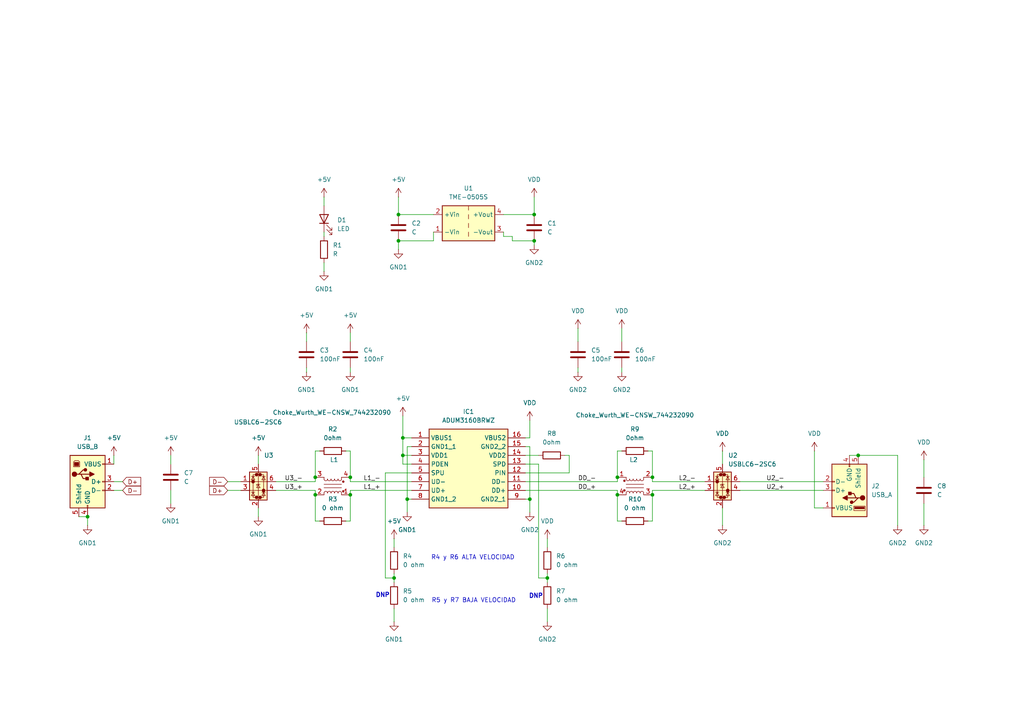
<source format=kicad_sch>
(kicad_sch
	(version 20250114)
	(generator "eeschema")
	(generator_version "9.0")
	(uuid "c2b6ce33-7d54-44f7-8c77-3da08078c76c")
	(paper "A4")
	(lib_symbols
		(symbol "Connector:USB_A"
			(pin_names
				(offset 1.016)
			)
			(exclude_from_sim no)
			(in_bom yes)
			(on_board yes)
			(property "Reference" "J"
				(at -5.08 11.43 0)
				(effects
					(font
						(size 1.27 1.27)
					)
					(justify left)
				)
			)
			(property "Value" "USB_A"
				(at -5.08 8.89 0)
				(effects
					(font
						(size 1.27 1.27)
					)
					(justify left)
				)
			)
			(property "Footprint" ""
				(at 3.81 -1.27 0)
				(effects
					(font
						(size 1.27 1.27)
					)
					(hide yes)
				)
			)
			(property "Datasheet" "~"
				(at 3.81 -1.27 0)
				(effects
					(font
						(size 1.27 1.27)
					)
					(hide yes)
				)
			)
			(property "Description" "USB Type A connector"
				(at 0 0 0)
				(effects
					(font
						(size 1.27 1.27)
					)
					(hide yes)
				)
			)
			(property "ki_keywords" "connector USB"
				(at 0 0 0)
				(effects
					(font
						(size 1.27 1.27)
					)
					(hide yes)
				)
			)
			(property "ki_fp_filters" "USB*"
				(at 0 0 0)
				(effects
					(font
						(size 1.27 1.27)
					)
					(hide yes)
				)
			)
			(symbol "USB_A_0_1"
				(rectangle
					(start -5.08 -7.62)
					(end 5.08 7.62)
					(stroke
						(width 0.254)
						(type default)
					)
					(fill
						(type background)
					)
				)
				(circle
					(center -3.81 2.159)
					(radius 0.635)
					(stroke
						(width 0.254)
						(type default)
					)
					(fill
						(type outline)
					)
				)
				(polyline
					(pts
						(xy -3.175 2.159) (xy -2.54 2.159) (xy -1.27 3.429) (xy -0.635 3.429)
					)
					(stroke
						(width 0.254)
						(type default)
					)
					(fill
						(type none)
					)
				)
				(polyline
					(pts
						(xy -2.54 2.159) (xy -1.905 2.159) (xy -1.27 0.889) (xy 0 0.889)
					)
					(stroke
						(width 0.254)
						(type default)
					)
					(fill
						(type none)
					)
				)
				(rectangle
					(start -1.524 4.826)
					(end -4.318 5.334)
					(stroke
						(width 0)
						(type default)
					)
					(fill
						(type outline)
					)
				)
				(rectangle
					(start -1.27 4.572)
					(end -4.572 5.842)
					(stroke
						(width 0)
						(type default)
					)
					(fill
						(type none)
					)
				)
				(circle
					(center -0.635 3.429)
					(radius 0.381)
					(stroke
						(width 0.254)
						(type default)
					)
					(fill
						(type outline)
					)
				)
				(rectangle
					(start -0.127 -7.62)
					(end 0.127 -6.858)
					(stroke
						(width 0)
						(type default)
					)
					(fill
						(type none)
					)
				)
				(rectangle
					(start 0.254 1.27)
					(end -0.508 0.508)
					(stroke
						(width 0.254)
						(type default)
					)
					(fill
						(type outline)
					)
				)
				(polyline
					(pts
						(xy 0.635 2.794) (xy 0.635 1.524) (xy 1.905 2.159) (xy 0.635 2.794)
					)
					(stroke
						(width 0.254)
						(type default)
					)
					(fill
						(type outline)
					)
				)
				(rectangle
					(start 5.08 4.953)
					(end 4.318 5.207)
					(stroke
						(width 0)
						(type default)
					)
					(fill
						(type none)
					)
				)
				(rectangle
					(start 5.08 -0.127)
					(end 4.318 0.127)
					(stroke
						(width 0)
						(type default)
					)
					(fill
						(type none)
					)
				)
				(rectangle
					(start 5.08 -2.667)
					(end 4.318 -2.413)
					(stroke
						(width 0)
						(type default)
					)
					(fill
						(type none)
					)
				)
			)
			(symbol "USB_A_1_1"
				(polyline
					(pts
						(xy -1.905 2.159) (xy 0.635 2.159)
					)
					(stroke
						(width 0.254)
						(type default)
					)
					(fill
						(type none)
					)
				)
				(pin passive line
					(at -2.54 -10.16 90)
					(length 2.54)
					(name "Shield"
						(effects
							(font
								(size 1.27 1.27)
							)
						)
					)
					(number "5"
						(effects
							(font
								(size 1.27 1.27)
							)
						)
					)
				)
				(pin power_in line
					(at 0 -10.16 90)
					(length 2.54)
					(name "GND"
						(effects
							(font
								(size 1.27 1.27)
							)
						)
					)
					(number "4"
						(effects
							(font
								(size 1.27 1.27)
							)
						)
					)
				)
				(pin power_in line
					(at 7.62 5.08 180)
					(length 2.54)
					(name "VBUS"
						(effects
							(font
								(size 1.27 1.27)
							)
						)
					)
					(number "1"
						(effects
							(font
								(size 1.27 1.27)
							)
						)
					)
				)
				(pin bidirectional line
					(at 7.62 0 180)
					(length 2.54)
					(name "D+"
						(effects
							(font
								(size 1.27 1.27)
							)
						)
					)
					(number "3"
						(effects
							(font
								(size 1.27 1.27)
							)
						)
					)
				)
				(pin bidirectional line
					(at 7.62 -2.54 180)
					(length 2.54)
					(name "D-"
						(effects
							(font
								(size 1.27 1.27)
							)
						)
					)
					(number "2"
						(effects
							(font
								(size 1.27 1.27)
							)
						)
					)
				)
			)
			(embedded_fonts no)
		)
		(symbol "Connector:USB_B"
			(pin_names
				(offset 1.016)
			)
			(exclude_from_sim no)
			(in_bom yes)
			(on_board yes)
			(property "Reference" "J"
				(at -5.08 11.43 0)
				(effects
					(font
						(size 1.27 1.27)
					)
					(justify left)
				)
			)
			(property "Value" "USB_B"
				(at -5.08 8.89 0)
				(effects
					(font
						(size 1.27 1.27)
					)
					(justify left)
				)
			)
			(property "Footprint" ""
				(at 3.81 -1.27 0)
				(effects
					(font
						(size 1.27 1.27)
					)
					(hide yes)
				)
			)
			(property "Datasheet" "~"
				(at 3.81 -1.27 0)
				(effects
					(font
						(size 1.27 1.27)
					)
					(hide yes)
				)
			)
			(property "Description" "USB Type B connector"
				(at 0 0 0)
				(effects
					(font
						(size 1.27 1.27)
					)
					(hide yes)
				)
			)
			(property "ki_keywords" "connector USB"
				(at 0 0 0)
				(effects
					(font
						(size 1.27 1.27)
					)
					(hide yes)
				)
			)
			(property "ki_fp_filters" "USB*"
				(at 0 0 0)
				(effects
					(font
						(size 1.27 1.27)
					)
					(hide yes)
				)
			)
			(symbol "USB_B_0_1"
				(rectangle
					(start -5.08 -7.62)
					(end 5.08 7.62)
					(stroke
						(width 0.254)
						(type default)
					)
					(fill
						(type background)
					)
				)
				(polyline
					(pts
						(xy -4.064 4.318) (xy -2.286 4.318) (xy -2.286 5.715) (xy -2.667 6.096) (xy -3.683 6.096) (xy -4.064 5.715)
						(xy -4.064 4.318)
					)
					(stroke
						(width 0)
						(type default)
					)
					(fill
						(type none)
					)
				)
				(rectangle
					(start -3.81 5.588)
					(end -2.54 4.572)
					(stroke
						(width 0)
						(type default)
					)
					(fill
						(type outline)
					)
				)
				(circle
					(center -3.81 2.159)
					(radius 0.635)
					(stroke
						(width 0.254)
						(type default)
					)
					(fill
						(type outline)
					)
				)
				(polyline
					(pts
						(xy -3.175 2.159) (xy -2.54 2.159) (xy -1.27 3.429) (xy -0.635 3.429)
					)
					(stroke
						(width 0.254)
						(type default)
					)
					(fill
						(type none)
					)
				)
				(polyline
					(pts
						(xy -2.54 2.159) (xy -1.905 2.159) (xy -1.27 0.889) (xy 0 0.889)
					)
					(stroke
						(width 0.254)
						(type default)
					)
					(fill
						(type none)
					)
				)
				(polyline
					(pts
						(xy -1.905 2.159) (xy 0.635 2.159)
					)
					(stroke
						(width 0.254)
						(type default)
					)
					(fill
						(type none)
					)
				)
				(circle
					(center -0.635 3.429)
					(radius 0.381)
					(stroke
						(width 0.254)
						(type default)
					)
					(fill
						(type outline)
					)
				)
				(rectangle
					(start -0.127 -7.62)
					(end 0.127 -6.858)
					(stroke
						(width 0)
						(type default)
					)
					(fill
						(type none)
					)
				)
				(rectangle
					(start 0.254 1.27)
					(end -0.508 0.508)
					(stroke
						(width 0.254)
						(type default)
					)
					(fill
						(type outline)
					)
				)
				(polyline
					(pts
						(xy 0.635 2.794) (xy 0.635 1.524) (xy 1.905 2.159) (xy 0.635 2.794)
					)
					(stroke
						(width 0.254)
						(type default)
					)
					(fill
						(type outline)
					)
				)
				(rectangle
					(start 5.08 4.953)
					(end 4.318 5.207)
					(stroke
						(width 0)
						(type default)
					)
					(fill
						(type none)
					)
				)
				(rectangle
					(start 5.08 -0.127)
					(end 4.318 0.127)
					(stroke
						(width 0)
						(type default)
					)
					(fill
						(type none)
					)
				)
				(rectangle
					(start 5.08 -2.667)
					(end 4.318 -2.413)
					(stroke
						(width 0)
						(type default)
					)
					(fill
						(type none)
					)
				)
			)
			(symbol "USB_B_1_1"
				(pin passive line
					(at -2.54 -10.16 90)
					(length 2.54)
					(name "Shield"
						(effects
							(font
								(size 1.27 1.27)
							)
						)
					)
					(number "5"
						(effects
							(font
								(size 1.27 1.27)
							)
						)
					)
				)
				(pin power_out line
					(at 0 -10.16 90)
					(length 2.54)
					(name "GND"
						(effects
							(font
								(size 1.27 1.27)
							)
						)
					)
					(number "4"
						(effects
							(font
								(size 1.27 1.27)
							)
						)
					)
				)
				(pin power_out line
					(at 7.62 5.08 180)
					(length 2.54)
					(name "VBUS"
						(effects
							(font
								(size 1.27 1.27)
							)
						)
					)
					(number "1"
						(effects
							(font
								(size 1.27 1.27)
							)
						)
					)
				)
				(pin bidirectional line
					(at 7.62 0 180)
					(length 2.54)
					(name "D+"
						(effects
							(font
								(size 1.27 1.27)
							)
						)
					)
					(number "3"
						(effects
							(font
								(size 1.27 1.27)
							)
						)
					)
				)
				(pin bidirectional line
					(at 7.62 -2.54 180)
					(length 2.54)
					(name "D-"
						(effects
							(font
								(size 1.27 1.27)
							)
						)
					)
					(number "2"
						(effects
							(font
								(size 1.27 1.27)
							)
						)
					)
				)
			)
			(embedded_fonts no)
		)
		(symbol "Converter_DCDC:TME-0505S"
			(exclude_from_sim no)
			(in_bom yes)
			(on_board yes)
			(property "Reference" "U"
				(at -6.35 6.35 0)
				(effects
					(font
						(size 1.27 1.27)
					)
				)
			)
			(property "Value" "TME-0505S"
				(at 2.54 6.35 0)
				(effects
					(font
						(size 1.27 1.27)
					)
				)
			)
			(property "Footprint" "Converter_DCDC:Converter_DCDC_TRACO_TME_03xxS_05xxS_12xxS_Single_THT"
				(at 0 -8.89 0)
				(effects
					(font
						(size 1.27 1.27)
					)
					(hide yes)
				)
			)
			(property "Datasheet" "https://www.tracopower.com/products/tme.pdf"
				(at 0 -6.35 0)
				(effects
					(font
						(size 1.27 1.27)
					)
					(hide yes)
				)
			)
			(property "Description" "1W DC/DC converter unregulated, 4.5-5.5V input, 5V output voltage, 200mA output, 1kVDC isolation, SIP-4"
				(at 0 0 0)
				(effects
					(font
						(size 1.27 1.27)
					)
					(hide yes)
				)
			)
			(property "ki_keywords" "Traco isolated isolation dc-dc converter not-regulated non-regulated single 1W"
				(at 0 0 0)
				(effects
					(font
						(size 1.27 1.27)
					)
					(hide yes)
				)
			)
			(property "ki_fp_filters" "Converter*DCDC*TRACO*TME*03xxS*05xxS*12xxS*Single*"
				(at 0 0 0)
				(effects
					(font
						(size 1.27 1.27)
					)
					(hide yes)
				)
			)
			(symbol "TME-0505S_0_0"
				(pin power_in line
					(at -10.16 2.54 0)
					(length 2.54)
					(name "+Vin"
						(effects
							(font
								(size 1.27 1.27)
							)
						)
					)
					(number "2"
						(effects
							(font
								(size 1.27 1.27)
							)
						)
					)
				)
				(pin power_in line
					(at -10.16 -2.54 0)
					(length 2.54)
					(name "-Vin"
						(effects
							(font
								(size 1.27 1.27)
							)
						)
					)
					(number "1"
						(effects
							(font
								(size 1.27 1.27)
							)
						)
					)
				)
				(pin power_out line
					(at 10.16 2.54 180)
					(length 2.54)
					(name "+Vout"
						(effects
							(font
								(size 1.27 1.27)
							)
						)
					)
					(number "4"
						(effects
							(font
								(size 1.27 1.27)
							)
						)
					)
				)
				(pin power_out line
					(at 10.16 -2.54 180)
					(length 2.54)
					(name "-Vout"
						(effects
							(font
								(size 1.27 1.27)
							)
						)
					)
					(number "3"
						(effects
							(font
								(size 1.27 1.27)
							)
						)
					)
				)
			)
			(symbol "TME-0505S_0_1"
				(rectangle
					(start -7.62 5.08)
					(end 7.62 -5.08)
					(stroke
						(width 0.254)
						(type default)
					)
					(fill
						(type background)
					)
				)
				(polyline
					(pts
						(xy 0 5.08) (xy 0 3.81)
					)
					(stroke
						(width 0)
						(type default)
					)
					(fill
						(type none)
					)
				)
				(polyline
					(pts
						(xy 0 2.54) (xy 0 1.27)
					)
					(stroke
						(width 0)
						(type default)
					)
					(fill
						(type none)
					)
				)
				(polyline
					(pts
						(xy 0 0) (xy 0 -1.27)
					)
					(stroke
						(width 0)
						(type default)
					)
					(fill
						(type none)
					)
				)
				(polyline
					(pts
						(xy 0 -2.54) (xy 0 -3.81)
					)
					(stroke
						(width 0)
						(type default)
					)
					(fill
						(type none)
					)
				)
			)
			(embedded_fonts no)
		)
		(symbol "Device:C"
			(pin_numbers
				(hide yes)
			)
			(pin_names
				(offset 0.254)
			)
			(exclude_from_sim no)
			(in_bom yes)
			(on_board yes)
			(property "Reference" "C"
				(at 0.635 2.54 0)
				(effects
					(font
						(size 1.27 1.27)
					)
					(justify left)
				)
			)
			(property "Value" "C"
				(at 0.635 -2.54 0)
				(effects
					(font
						(size 1.27 1.27)
					)
					(justify left)
				)
			)
			(property "Footprint" ""
				(at 0.9652 -3.81 0)
				(effects
					(font
						(size 1.27 1.27)
					)
					(hide yes)
				)
			)
			(property "Datasheet" "~"
				(at 0 0 0)
				(effects
					(font
						(size 1.27 1.27)
					)
					(hide yes)
				)
			)
			(property "Description" "Unpolarized capacitor"
				(at 0 0 0)
				(effects
					(font
						(size 1.27 1.27)
					)
					(hide yes)
				)
			)
			(property "ki_keywords" "cap capacitor"
				(at 0 0 0)
				(effects
					(font
						(size 1.27 1.27)
					)
					(hide yes)
				)
			)
			(property "ki_fp_filters" "C_*"
				(at 0 0 0)
				(effects
					(font
						(size 1.27 1.27)
					)
					(hide yes)
				)
			)
			(symbol "C_0_1"
				(polyline
					(pts
						(xy -2.032 0.762) (xy 2.032 0.762)
					)
					(stroke
						(width 0.508)
						(type default)
					)
					(fill
						(type none)
					)
				)
				(polyline
					(pts
						(xy -2.032 -0.762) (xy 2.032 -0.762)
					)
					(stroke
						(width 0.508)
						(type default)
					)
					(fill
						(type none)
					)
				)
			)
			(symbol "C_1_1"
				(pin passive line
					(at 0 3.81 270)
					(length 2.794)
					(name "~"
						(effects
							(font
								(size 1.27 1.27)
							)
						)
					)
					(number "1"
						(effects
							(font
								(size 1.27 1.27)
							)
						)
					)
				)
				(pin passive line
					(at 0 -3.81 90)
					(length 2.794)
					(name "~"
						(effects
							(font
								(size 1.27 1.27)
							)
						)
					)
					(number "2"
						(effects
							(font
								(size 1.27 1.27)
							)
						)
					)
				)
			)
			(embedded_fonts no)
		)
		(symbol "Device:LED"
			(pin_numbers
				(hide yes)
			)
			(pin_names
				(offset 1.016)
				(hide yes)
			)
			(exclude_from_sim no)
			(in_bom yes)
			(on_board yes)
			(property "Reference" "D"
				(at 0 2.54 0)
				(effects
					(font
						(size 1.27 1.27)
					)
				)
			)
			(property "Value" "LED"
				(at 0 -2.54 0)
				(effects
					(font
						(size 1.27 1.27)
					)
				)
			)
			(property "Footprint" ""
				(at 0 0 0)
				(effects
					(font
						(size 1.27 1.27)
					)
					(hide yes)
				)
			)
			(property "Datasheet" "~"
				(at 0 0 0)
				(effects
					(font
						(size 1.27 1.27)
					)
					(hide yes)
				)
			)
			(property "Description" "Light emitting diode"
				(at 0 0 0)
				(effects
					(font
						(size 1.27 1.27)
					)
					(hide yes)
				)
			)
			(property "ki_keywords" "LED diode"
				(at 0 0 0)
				(effects
					(font
						(size 1.27 1.27)
					)
					(hide yes)
				)
			)
			(property "ki_fp_filters" "LED* LED_SMD:* LED_THT:*"
				(at 0 0 0)
				(effects
					(font
						(size 1.27 1.27)
					)
					(hide yes)
				)
			)
			(symbol "LED_0_1"
				(polyline
					(pts
						(xy -3.048 -0.762) (xy -4.572 -2.286) (xy -3.81 -2.286) (xy -4.572 -2.286) (xy -4.572 -1.524)
					)
					(stroke
						(width 0)
						(type default)
					)
					(fill
						(type none)
					)
				)
				(polyline
					(pts
						(xy -1.778 -0.762) (xy -3.302 -2.286) (xy -2.54 -2.286) (xy -3.302 -2.286) (xy -3.302 -1.524)
					)
					(stroke
						(width 0)
						(type default)
					)
					(fill
						(type none)
					)
				)
				(polyline
					(pts
						(xy -1.27 0) (xy 1.27 0)
					)
					(stroke
						(width 0)
						(type default)
					)
					(fill
						(type none)
					)
				)
				(polyline
					(pts
						(xy -1.27 -1.27) (xy -1.27 1.27)
					)
					(stroke
						(width 0.254)
						(type default)
					)
					(fill
						(type none)
					)
				)
				(polyline
					(pts
						(xy 1.27 -1.27) (xy 1.27 1.27) (xy -1.27 0) (xy 1.27 -1.27)
					)
					(stroke
						(width 0.254)
						(type default)
					)
					(fill
						(type none)
					)
				)
			)
			(symbol "LED_1_1"
				(pin passive line
					(at -3.81 0 0)
					(length 2.54)
					(name "K"
						(effects
							(font
								(size 1.27 1.27)
							)
						)
					)
					(number "1"
						(effects
							(font
								(size 1.27 1.27)
							)
						)
					)
				)
				(pin passive line
					(at 3.81 0 180)
					(length 2.54)
					(name "A"
						(effects
							(font
								(size 1.27 1.27)
							)
						)
					)
					(number "2"
						(effects
							(font
								(size 1.27 1.27)
							)
						)
					)
				)
			)
			(embedded_fonts no)
		)
		(symbol "Device:R"
			(pin_numbers
				(hide yes)
			)
			(pin_names
				(offset 0)
			)
			(exclude_from_sim no)
			(in_bom yes)
			(on_board yes)
			(property "Reference" "R"
				(at 2.032 0 90)
				(effects
					(font
						(size 1.27 1.27)
					)
				)
			)
			(property "Value" "R"
				(at 0 0 90)
				(effects
					(font
						(size 1.27 1.27)
					)
				)
			)
			(property "Footprint" ""
				(at -1.778 0 90)
				(effects
					(font
						(size 1.27 1.27)
					)
					(hide yes)
				)
			)
			(property "Datasheet" "~"
				(at 0 0 0)
				(effects
					(font
						(size 1.27 1.27)
					)
					(hide yes)
				)
			)
			(property "Description" "Resistor"
				(at 0 0 0)
				(effects
					(font
						(size 1.27 1.27)
					)
					(hide yes)
				)
			)
			(property "ki_keywords" "R res resistor"
				(at 0 0 0)
				(effects
					(font
						(size 1.27 1.27)
					)
					(hide yes)
				)
			)
			(property "ki_fp_filters" "R_*"
				(at 0 0 0)
				(effects
					(font
						(size 1.27 1.27)
					)
					(hide yes)
				)
			)
			(symbol "R_0_1"
				(rectangle
					(start -1.016 -2.54)
					(end 1.016 2.54)
					(stroke
						(width 0.254)
						(type default)
					)
					(fill
						(type none)
					)
				)
			)
			(symbol "R_1_1"
				(pin passive line
					(at 0 3.81 270)
					(length 1.27)
					(name "~"
						(effects
							(font
								(size 1.27 1.27)
							)
						)
					)
					(number "1"
						(effects
							(font
								(size 1.27 1.27)
							)
						)
					)
				)
				(pin passive line
					(at 0 -3.81 90)
					(length 1.27)
					(name "~"
						(effects
							(font
								(size 1.27 1.27)
							)
						)
					)
					(number "2"
						(effects
							(font
								(size 1.27 1.27)
							)
						)
					)
				)
			)
			(embedded_fonts no)
		)
		(symbol "Filter:Choke_Wurth_WE-CNSW_744232090"
			(exclude_from_sim no)
			(in_bom yes)
			(on_board yes)
			(property "Reference" "L"
				(at 0 5.08 0)
				(effects
					(font
						(size 1.27 1.27)
					)
				)
			)
			(property "Value" "Choke_Wurth_WE-CNSW_744232090"
				(at 0 -5.08 0)
				(effects
					(font
						(size 1.27 1.27)
					)
				)
			)
			(property "Footprint" "Inductor_SMD:L_CommonMode_Wurth_WE-CNSW-1206"
				(at 0 -10.16 0)
				(effects
					(font
						(size 1.27 1.27)
					)
					(hide yes)
				)
			)
			(property "Datasheet" "https://www.we-online.com/components/products/datasheet/744232090.pdf"
				(at 0 -7.62 0)
				(effects
					(font
						(size 1.27 1.27)
					)
					(hide yes)
				)
			)
			(property "Description" "Common mode choke, 370 mA, 125VDC, USB2.0, 111 nH"
				(at 0 0 0)
				(effects
					(font
						(size 1.27 1.27)
					)
					(hide yes)
				)
			)
			(property "ki_keywords" "common mode choke emi usb"
				(at 0 0 0)
				(effects
					(font
						(size 1.27 1.27)
					)
					(hide yes)
				)
			)
			(property "ki_fp_filters" "L*CommonMode*Wurth*WE*CNSW*1206*"
				(at 0 0 0)
				(effects
					(font
						(size 1.27 1.27)
					)
					(hide yes)
				)
			)
			(symbol "Choke_Wurth_WE-CNSW_744232090_1_1"
				(circle
					(center -3.048 1.524)
					(radius 0.254)
					(stroke
						(width 0)
						(type default)
					)
					(fill
						(type outline)
					)
				)
				(circle
					(center -3.048 -1.27)
					(radius 0.254)
					(stroke
						(width 0)
						(type default)
					)
					(fill
						(type outline)
					)
				)
				(polyline
					(pts
						(xy -2.54 2.032) (xy -2.54 2.54)
					)
					(stroke
						(width 0)
						(type default)
					)
					(fill
						(type none)
					)
				)
				(polyline
					(pts
						(xy -2.54 0.508) (xy 2.54 0.508)
					)
					(stroke
						(width 0)
						(type default)
					)
					(fill
						(type none)
					)
				)
				(polyline
					(pts
						(xy -2.54 -2.032) (xy -2.54 -2.54)
					)
					(stroke
						(width 0)
						(type default)
					)
					(fill
						(type none)
					)
				)
				(arc
					(start -1.524 2.032)
					(mid -2.032 1.5262)
					(end -2.54 2.032)
					(stroke
						(width 0)
						(type default)
					)
					(fill
						(type none)
					)
				)
				(arc
					(start -2.54 -2.032)
					(mid -2.032 -1.5262)
					(end -1.524 -2.032)
					(stroke
						(width 0)
						(type default)
					)
					(fill
						(type none)
					)
				)
				(arc
					(start -0.508 2.032)
					(mid -1.016 1.5262)
					(end -1.524 2.032)
					(stroke
						(width 0)
						(type default)
					)
					(fill
						(type none)
					)
				)
				(arc
					(start -1.524 -2.032)
					(mid -1.016 -1.5262)
					(end -0.508 -2.032)
					(stroke
						(width 0)
						(type default)
					)
					(fill
						(type none)
					)
				)
				(arc
					(start 0.508 2.032)
					(mid 0 1.5262)
					(end -0.508 2.032)
					(stroke
						(width 0)
						(type default)
					)
					(fill
						(type none)
					)
				)
				(arc
					(start -0.508 -2.032)
					(mid 0 -1.5262)
					(end 0.508 -2.032)
					(stroke
						(width 0)
						(type default)
					)
					(fill
						(type none)
					)
				)
				(arc
					(start 1.524 2.032)
					(mid 1.016 1.5262)
					(end 0.508 2.032)
					(stroke
						(width 0)
						(type default)
					)
					(fill
						(type none)
					)
				)
				(arc
					(start 0.508 -2.032)
					(mid 1.016 -1.5262)
					(end 1.524 -2.032)
					(stroke
						(width 0)
						(type default)
					)
					(fill
						(type none)
					)
				)
				(arc
					(start 2.54 2.032)
					(mid 2.032 1.5262)
					(end 1.524 2.032)
					(stroke
						(width 0)
						(type default)
					)
					(fill
						(type none)
					)
				)
				(arc
					(start 1.524 -2.032)
					(mid 2.032 -1.5262)
					(end 2.54 -2.032)
					(stroke
						(width 0)
						(type default)
					)
					(fill
						(type none)
					)
				)
				(polyline
					(pts
						(xy 2.54 2.54) (xy 2.54 2.032)
					)
					(stroke
						(width 0)
						(type default)
					)
					(fill
						(type none)
					)
				)
				(polyline
					(pts
						(xy 2.54 -0.508) (xy -2.54 -0.508)
					)
					(stroke
						(width 0)
						(type default)
					)
					(fill
						(type none)
					)
				)
				(polyline
					(pts
						(xy 2.54 -2.032) (xy 2.54 -2.54)
					)
					(stroke
						(width 0)
						(type default)
					)
					(fill
						(type none)
					)
				)
				(pin passive line
					(at -5.08 2.54 0)
					(length 2.54)
					(name ""
						(effects
							(font
								(size 1.27 1.27)
							)
						)
					)
					(number "1"
						(effects
							(font
								(size 1.27 1.27)
							)
						)
					)
				)
				(pin passive line
					(at -5.08 -2.54 0)
					(length 2.54)
					(name ""
						(effects
							(font
								(size 1.27 1.27)
							)
						)
					)
					(number "4"
						(effects
							(font
								(size 1.27 1.27)
							)
						)
					)
				)
				(pin passive line
					(at 5.08 2.54 180)
					(length 2.54)
					(name ""
						(effects
							(font
								(size 1.27 1.27)
							)
						)
					)
					(number "2"
						(effects
							(font
								(size 1.27 1.27)
							)
						)
					)
				)
				(pin passive line
					(at 5.08 -2.54 180)
					(length 2.54)
					(name ""
						(effects
							(font
								(size 1.27 1.27)
							)
						)
					)
					(number "3"
						(effects
							(font
								(size 1.27 1.27)
							)
						)
					)
				)
			)
			(embedded_fonts no)
		)
		(symbol "Power_Protection:USBLC6-2SC6"
			(pin_names
				(hide yes)
			)
			(exclude_from_sim no)
			(in_bom yes)
			(on_board yes)
			(property "Reference" "U"
				(at 0.635 5.715 0)
				(effects
					(font
						(size 1.27 1.27)
					)
					(justify left)
				)
			)
			(property "Value" "USBLC6-2SC6"
				(at 0.635 3.81 0)
				(effects
					(font
						(size 1.27 1.27)
					)
					(justify left)
				)
			)
			(property "Footprint" "Package_TO_SOT_SMD:SOT-23-6"
				(at 1.27 -6.35 0)
				(effects
					(font
						(size 1.27 1.27)
						(italic yes)
					)
					(justify left)
					(hide yes)
				)
			)
			(property "Datasheet" "https://www.st.com/resource/en/datasheet/usblc6-2.pdf"
				(at 1.27 -8.255 0)
				(effects
					(font
						(size 1.27 1.27)
					)
					(justify left)
					(hide yes)
				)
			)
			(property "Description" "Very low capacitance ESD protection diode, 2 data-line, SOT-23-6"
				(at 0 0 0)
				(effects
					(font
						(size 1.27 1.27)
					)
					(hide yes)
				)
			)
			(property "ki_keywords" "usb ethernet video"
				(at 0 0 0)
				(effects
					(font
						(size 1.27 1.27)
					)
					(hide yes)
				)
			)
			(property "ki_fp_filters" "SOT?23*"
				(at 0 0 0)
				(effects
					(font
						(size 1.27 1.27)
					)
					(hide yes)
				)
			)
			(symbol "USBLC6-2SC6_0_0"
				(circle
					(center -1.524 0)
					(radius 0.0001)
					(stroke
						(width 0.508)
						(type default)
					)
					(fill
						(type none)
					)
				)
				(circle
					(center -0.508 2.032)
					(radius 0.0001)
					(stroke
						(width 0.508)
						(type default)
					)
					(fill
						(type none)
					)
				)
				(circle
					(center -0.508 -4.572)
					(radius 0.0001)
					(stroke
						(width 0.508)
						(type default)
					)
					(fill
						(type none)
					)
				)
				(circle
					(center 0.508 2.032)
					(radius 0.0001)
					(stroke
						(width 0.508)
						(type default)
					)
					(fill
						(type none)
					)
				)
				(circle
					(center 0.508 -4.572)
					(radius 0.0001)
					(stroke
						(width 0.508)
						(type default)
					)
					(fill
						(type none)
					)
				)
				(circle
					(center 1.524 -2.54)
					(radius 0.0001)
					(stroke
						(width 0.508)
						(type default)
					)
					(fill
						(type none)
					)
				)
			)
			(symbol "USBLC6-2SC6_0_1"
				(polyline
					(pts
						(xy -2.54 0) (xy 2.54 0)
					)
					(stroke
						(width 0)
						(type default)
					)
					(fill
						(type none)
					)
				)
				(polyline
					(pts
						(xy -2.54 -2.54) (xy 2.54 -2.54)
					)
					(stroke
						(width 0)
						(type default)
					)
					(fill
						(type none)
					)
				)
				(polyline
					(pts
						(xy -2.032 0.508) (xy -1.016 0.508) (xy -1.524 1.524) (xy -2.032 0.508)
					)
					(stroke
						(width 0)
						(type default)
					)
					(fill
						(type none)
					)
				)
				(polyline
					(pts
						(xy -2.032 -3.048) (xy -1.016 -3.048)
					)
					(stroke
						(width 0)
						(type default)
					)
					(fill
						(type none)
					)
				)
				(polyline
					(pts
						(xy -1.016 1.524) (xy -2.032 1.524)
					)
					(stroke
						(width 0)
						(type default)
					)
					(fill
						(type none)
					)
				)
				(polyline
					(pts
						(xy -1.016 -4.064) (xy -2.032 -4.064) (xy -1.524 -3.048) (xy -1.016 -4.064)
					)
					(stroke
						(width 0)
						(type default)
					)
					(fill
						(type none)
					)
				)
				(polyline
					(pts
						(xy -0.508 -1.143) (xy -0.508 -0.762) (xy 0.508 -0.762)
					)
					(stroke
						(width 0)
						(type default)
					)
					(fill
						(type none)
					)
				)
				(polyline
					(pts
						(xy 0 2.54) (xy -0.508 2.032) (xy 0.508 2.032) (xy 0 1.524) (xy 0 -4.064) (xy -0.508 -4.572) (xy 0.508 -4.572)
						(xy 0 -5.08)
					)
					(stroke
						(width 0)
						(type default)
					)
					(fill
						(type none)
					)
				)
				(polyline
					(pts
						(xy 0.508 -1.778) (xy -0.508 -1.778) (xy 0 -0.762) (xy 0.508 -1.778)
					)
					(stroke
						(width 0)
						(type default)
					)
					(fill
						(type none)
					)
				)
				(polyline
					(pts
						(xy 1.016 1.524) (xy 2.032 1.524)
					)
					(stroke
						(width 0)
						(type default)
					)
					(fill
						(type none)
					)
				)
				(polyline
					(pts
						(xy 1.016 -3.048) (xy 2.032 -3.048)
					)
					(stroke
						(width 0)
						(type default)
					)
					(fill
						(type none)
					)
				)
				(polyline
					(pts
						(xy 2.032 0.508) (xy 1.016 0.508) (xy 1.524 1.524) (xy 2.032 0.508)
					)
					(stroke
						(width 0)
						(type default)
					)
					(fill
						(type none)
					)
				)
				(polyline
					(pts
						(xy 2.032 -4.064) (xy 1.016 -4.064) (xy 1.524 -3.048) (xy 2.032 -4.064)
					)
					(stroke
						(width 0)
						(type default)
					)
					(fill
						(type none)
					)
				)
			)
			(symbol "USBLC6-2SC6_1_1"
				(rectangle
					(start -2.54 2.794)
					(end 2.54 -5.334)
					(stroke
						(width 0.254)
						(type default)
					)
					(fill
						(type background)
					)
				)
				(polyline
					(pts
						(xy -0.508 2.032) (xy -1.524 2.032) (xy -1.524 -4.572) (xy -0.508 -4.572)
					)
					(stroke
						(width 0)
						(type default)
					)
					(fill
						(type none)
					)
				)
				(polyline
					(pts
						(xy 0.508 -4.572) (xy 1.524 -4.572) (xy 1.524 2.032) (xy 0.508 2.032)
					)
					(stroke
						(width 0)
						(type default)
					)
					(fill
						(type none)
					)
				)
				(pin passive line
					(at -5.08 0 0)
					(length 2.54)
					(name "I/O1"
						(effects
							(font
								(size 1.27 1.27)
							)
						)
					)
					(number "1"
						(effects
							(font
								(size 1.27 1.27)
							)
						)
					)
				)
				(pin passive line
					(at -5.08 -2.54 0)
					(length 2.54)
					(name "I/O2"
						(effects
							(font
								(size 1.27 1.27)
							)
						)
					)
					(number "3"
						(effects
							(font
								(size 1.27 1.27)
							)
						)
					)
				)
				(pin passive line
					(at 0 5.08 270)
					(length 2.54)
					(name "VBUS"
						(effects
							(font
								(size 1.27 1.27)
							)
						)
					)
					(number "5"
						(effects
							(font
								(size 1.27 1.27)
							)
						)
					)
				)
				(pin passive line
					(at 0 -7.62 90)
					(length 2.54)
					(name "GND"
						(effects
							(font
								(size 1.27 1.27)
							)
						)
					)
					(number "2"
						(effects
							(font
								(size 1.27 1.27)
							)
						)
					)
				)
				(pin passive line
					(at 5.08 0 180)
					(length 2.54)
					(name "I/O1"
						(effects
							(font
								(size 1.27 1.27)
							)
						)
					)
					(number "6"
						(effects
							(font
								(size 1.27 1.27)
							)
						)
					)
				)
				(pin passive line
					(at 5.08 -2.54 180)
					(length 2.54)
					(name "I/O2"
						(effects
							(font
								(size 1.27 1.27)
							)
						)
					)
					(number "4"
						(effects
							(font
								(size 1.27 1.27)
							)
						)
					)
				)
			)
			(embedded_fonts no)
		)
		(symbol "SamacSys_Parts:ADUM3160BRWZ"
			(exclude_from_sim no)
			(in_bom yes)
			(on_board yes)
			(property "Reference" "IC"
				(at 29.21 7.62 0)
				(effects
					(font
						(size 1.27 1.27)
					)
					(justify left top)
				)
			)
			(property "Value" "ADUM3160BRWZ"
				(at 29.21 5.08 0)
				(effects
					(font
						(size 1.27 1.27)
					)
					(justify left top)
				)
			)
			(property "Footprint" "SOIC127P1032X265-16N"
				(at 29.21 -94.92 0)
				(effects
					(font
						(size 1.27 1.27)
					)
					(justify left top)
					(hide yes)
				)
			)
			(property "Datasheet" "http://www.analog.com/media/en/technical-documentation/data-sheets/ADuM3160.pdf"
				(at 29.21 -194.92 0)
				(effects
					(font
						(size 1.27 1.27)
					)
					(justify left top)
					(hide yes)
				)
			)
			(property "Description" "Analog Devices ADUM3160BRWZ PCB SMT Digital Isolator, 2500 V, 16-Pin SO16"
				(at 0 0 0)
				(effects
					(font
						(size 1.27 1.27)
					)
					(hide yes)
				)
			)
			(property "Height" "2.65"
				(at 29.21 -394.92 0)
				(effects
					(font
						(size 1.27 1.27)
					)
					(justify left top)
					(hide yes)
				)
			)
			(property "Manufacturer_Name" "Analog Devices"
				(at 29.21 -494.92 0)
				(effects
					(font
						(size 1.27 1.27)
					)
					(justify left top)
					(hide yes)
				)
			)
			(property "Manufacturer_Part_Number" "ADUM3160BRWZ"
				(at 29.21 -594.92 0)
				(effects
					(font
						(size 1.27 1.27)
					)
					(justify left top)
					(hide yes)
				)
			)
			(property "Mouser Part Number" "584-ADUM3160BRWZ"
				(at 29.21 -694.92 0)
				(effects
					(font
						(size 1.27 1.27)
					)
					(justify left top)
					(hide yes)
				)
			)
			(property "Mouser Price/Stock" "https://www.mouser.co.uk/ProductDetail/Analog-Devices/ADUM3160BRWZ?qs=WIvQP4zGanjmPiCfFUKkZQ%3D%3D"
				(at 29.21 -794.92 0)
				(effects
					(font
						(size 1.27 1.27)
					)
					(justify left top)
					(hide yes)
				)
			)
			(property "Arrow Part Number" "ADUM3160BRWZ"
				(at 29.21 -894.92 0)
				(effects
					(font
						(size 1.27 1.27)
					)
					(justify left top)
					(hide yes)
				)
			)
			(property "Arrow Price/Stock" "https://www.arrow.com/en/products/adum3160brwz/analog-devices?utm_currency=USD&region=nac"
				(at 29.21 -994.92 0)
				(effects
					(font
						(size 1.27 1.27)
					)
					(justify left top)
					(hide yes)
				)
			)
			(symbol "ADUM3160BRWZ_1_1"
				(rectangle
					(start 5.08 2.54)
					(end 27.94 -20.32)
					(stroke
						(width 0.254)
						(type default)
					)
					(fill
						(type background)
					)
				)
				(pin passive line
					(at 0 0 0)
					(length 5.08)
					(name "VBUS1"
						(effects
							(font
								(size 1.27 1.27)
							)
						)
					)
					(number "1"
						(effects
							(font
								(size 1.27 1.27)
							)
						)
					)
				)
				(pin passive line
					(at 0 -2.54 0)
					(length 5.08)
					(name "GND1_1"
						(effects
							(font
								(size 1.27 1.27)
							)
						)
					)
					(number "2"
						(effects
							(font
								(size 1.27 1.27)
							)
						)
					)
				)
				(pin passive line
					(at 0 -5.08 0)
					(length 5.08)
					(name "VDD1"
						(effects
							(font
								(size 1.27 1.27)
							)
						)
					)
					(number "3"
						(effects
							(font
								(size 1.27 1.27)
							)
						)
					)
				)
				(pin passive line
					(at 0 -7.62 0)
					(length 5.08)
					(name "PDEN"
						(effects
							(font
								(size 1.27 1.27)
							)
						)
					)
					(number "4"
						(effects
							(font
								(size 1.27 1.27)
							)
						)
					)
				)
				(pin passive line
					(at 0 -10.16 0)
					(length 5.08)
					(name "SPU"
						(effects
							(font
								(size 1.27 1.27)
							)
						)
					)
					(number "5"
						(effects
							(font
								(size 1.27 1.27)
							)
						)
					)
				)
				(pin passive line
					(at 0 -12.7 0)
					(length 5.08)
					(name "UD-"
						(effects
							(font
								(size 1.27 1.27)
							)
						)
					)
					(number "6"
						(effects
							(font
								(size 1.27 1.27)
							)
						)
					)
				)
				(pin passive line
					(at 0 -15.24 0)
					(length 5.08)
					(name "UD+"
						(effects
							(font
								(size 1.27 1.27)
							)
						)
					)
					(number "7"
						(effects
							(font
								(size 1.27 1.27)
							)
						)
					)
				)
				(pin passive line
					(at 0 -17.78 0)
					(length 5.08)
					(name "GND1_2"
						(effects
							(font
								(size 1.27 1.27)
							)
						)
					)
					(number "8"
						(effects
							(font
								(size 1.27 1.27)
							)
						)
					)
				)
				(pin passive line
					(at 33.02 0 180)
					(length 5.08)
					(name "VBUS2"
						(effects
							(font
								(size 1.27 1.27)
							)
						)
					)
					(number "16"
						(effects
							(font
								(size 1.27 1.27)
							)
						)
					)
				)
				(pin passive line
					(at 33.02 -2.54 180)
					(length 5.08)
					(name "GND2_2"
						(effects
							(font
								(size 1.27 1.27)
							)
						)
					)
					(number "15"
						(effects
							(font
								(size 1.27 1.27)
							)
						)
					)
				)
				(pin passive line
					(at 33.02 -5.08 180)
					(length 5.08)
					(name "VDD2"
						(effects
							(font
								(size 1.27 1.27)
							)
						)
					)
					(number "14"
						(effects
							(font
								(size 1.27 1.27)
							)
						)
					)
				)
				(pin passive line
					(at 33.02 -7.62 180)
					(length 5.08)
					(name "SPD"
						(effects
							(font
								(size 1.27 1.27)
							)
						)
					)
					(number "13"
						(effects
							(font
								(size 1.27 1.27)
							)
						)
					)
				)
				(pin passive line
					(at 33.02 -10.16 180)
					(length 5.08)
					(name "PIN"
						(effects
							(font
								(size 1.27 1.27)
							)
						)
					)
					(number "12"
						(effects
							(font
								(size 1.27 1.27)
							)
						)
					)
				)
				(pin passive line
					(at 33.02 -12.7 180)
					(length 5.08)
					(name "DD-"
						(effects
							(font
								(size 1.27 1.27)
							)
						)
					)
					(number "11"
						(effects
							(font
								(size 1.27 1.27)
							)
						)
					)
				)
				(pin passive line
					(at 33.02 -15.24 180)
					(length 5.08)
					(name "DD+"
						(effects
							(font
								(size 1.27 1.27)
							)
						)
					)
					(number "10"
						(effects
							(font
								(size 1.27 1.27)
							)
						)
					)
				)
				(pin passive line
					(at 33.02 -17.78 180)
					(length 5.08)
					(name "GND2_1"
						(effects
							(font
								(size 1.27 1.27)
							)
						)
					)
					(number "9"
						(effects
							(font
								(size 1.27 1.27)
							)
						)
					)
				)
			)
			(embedded_fonts no)
		)
		(symbol "power:+5V"
			(power)
			(pin_numbers
				(hide yes)
			)
			(pin_names
				(offset 0)
				(hide yes)
			)
			(exclude_from_sim no)
			(in_bom yes)
			(on_board yes)
			(property "Reference" "#PWR"
				(at 0 -3.81 0)
				(effects
					(font
						(size 1.27 1.27)
					)
					(hide yes)
				)
			)
			(property "Value" "+5V"
				(at 0 3.556 0)
				(effects
					(font
						(size 1.27 1.27)
					)
				)
			)
			(property "Footprint" ""
				(at 0 0 0)
				(effects
					(font
						(size 1.27 1.27)
					)
					(hide yes)
				)
			)
			(property "Datasheet" ""
				(at 0 0 0)
				(effects
					(font
						(size 1.27 1.27)
					)
					(hide yes)
				)
			)
			(property "Description" "Power symbol creates a global label with name \"+5V\""
				(at 0 0 0)
				(effects
					(font
						(size 1.27 1.27)
					)
					(hide yes)
				)
			)
			(property "ki_keywords" "global power"
				(at 0 0 0)
				(effects
					(font
						(size 1.27 1.27)
					)
					(hide yes)
				)
			)
			(symbol "+5V_0_1"
				(polyline
					(pts
						(xy -0.762 1.27) (xy 0 2.54)
					)
					(stroke
						(width 0)
						(type default)
					)
					(fill
						(type none)
					)
				)
				(polyline
					(pts
						(xy 0 2.54) (xy 0.762 1.27)
					)
					(stroke
						(width 0)
						(type default)
					)
					(fill
						(type none)
					)
				)
				(polyline
					(pts
						(xy 0 0) (xy 0 2.54)
					)
					(stroke
						(width 0)
						(type default)
					)
					(fill
						(type none)
					)
				)
			)
			(symbol "+5V_1_1"
				(pin power_in line
					(at 0 0 90)
					(length 0)
					(name "~"
						(effects
							(font
								(size 1.27 1.27)
							)
						)
					)
					(number "1"
						(effects
							(font
								(size 1.27 1.27)
							)
						)
					)
				)
			)
			(embedded_fonts no)
		)
		(symbol "power:GND1"
			(power)
			(pin_numbers
				(hide yes)
			)
			(pin_names
				(offset 0)
				(hide yes)
			)
			(exclude_from_sim no)
			(in_bom yes)
			(on_board yes)
			(property "Reference" "#PWR"
				(at 0 -6.35 0)
				(effects
					(font
						(size 1.27 1.27)
					)
					(hide yes)
				)
			)
			(property "Value" "GND1"
				(at 0 -3.81 0)
				(effects
					(font
						(size 1.27 1.27)
					)
				)
			)
			(property "Footprint" ""
				(at 0 0 0)
				(effects
					(font
						(size 1.27 1.27)
					)
					(hide yes)
				)
			)
			(property "Datasheet" ""
				(at 0 0 0)
				(effects
					(font
						(size 1.27 1.27)
					)
					(hide yes)
				)
			)
			(property "Description" "Power symbol creates a global label with name \"GND1\" , ground"
				(at 0 0 0)
				(effects
					(font
						(size 1.27 1.27)
					)
					(hide yes)
				)
			)
			(property "ki_keywords" "global power"
				(at 0 0 0)
				(effects
					(font
						(size 1.27 1.27)
					)
					(hide yes)
				)
			)
			(symbol "GND1_0_1"
				(polyline
					(pts
						(xy 0 0) (xy 0 -1.27) (xy 1.27 -1.27) (xy 0 -2.54) (xy -1.27 -1.27) (xy 0 -1.27)
					)
					(stroke
						(width 0)
						(type default)
					)
					(fill
						(type none)
					)
				)
			)
			(symbol "GND1_1_1"
				(pin power_in line
					(at 0 0 270)
					(length 0)
					(name "~"
						(effects
							(font
								(size 1.27 1.27)
							)
						)
					)
					(number "1"
						(effects
							(font
								(size 1.27 1.27)
							)
						)
					)
				)
			)
			(embedded_fonts no)
		)
		(symbol "power:GND2"
			(power)
			(pin_numbers
				(hide yes)
			)
			(pin_names
				(offset 0)
				(hide yes)
			)
			(exclude_from_sim no)
			(in_bom yes)
			(on_board yes)
			(property "Reference" "#PWR"
				(at 0 -6.35 0)
				(effects
					(font
						(size 1.27 1.27)
					)
					(hide yes)
				)
			)
			(property "Value" "GND2"
				(at 0 -3.81 0)
				(effects
					(font
						(size 1.27 1.27)
					)
				)
			)
			(property "Footprint" ""
				(at 0 0 0)
				(effects
					(font
						(size 1.27 1.27)
					)
					(hide yes)
				)
			)
			(property "Datasheet" ""
				(at 0 0 0)
				(effects
					(font
						(size 1.27 1.27)
					)
					(hide yes)
				)
			)
			(property "Description" "Power symbol creates a global label with name \"GND2\" , ground"
				(at 0 0 0)
				(effects
					(font
						(size 1.27 1.27)
					)
					(hide yes)
				)
			)
			(property "ki_keywords" "global power"
				(at 0 0 0)
				(effects
					(font
						(size 1.27 1.27)
					)
					(hide yes)
				)
			)
			(symbol "GND2_0_1"
				(polyline
					(pts
						(xy 0 0) (xy 0 -1.27) (xy 1.27 -1.27) (xy 0 -2.54) (xy -1.27 -1.27) (xy 0 -1.27)
					)
					(stroke
						(width 0)
						(type default)
					)
					(fill
						(type none)
					)
				)
			)
			(symbol "GND2_1_1"
				(pin power_in line
					(at 0 0 270)
					(length 0)
					(name "~"
						(effects
							(font
								(size 1.27 1.27)
							)
						)
					)
					(number "1"
						(effects
							(font
								(size 1.27 1.27)
							)
						)
					)
				)
			)
			(embedded_fonts no)
		)
		(symbol "power:VDD"
			(power)
			(pin_numbers
				(hide yes)
			)
			(pin_names
				(offset 0)
				(hide yes)
			)
			(exclude_from_sim no)
			(in_bom yes)
			(on_board yes)
			(property "Reference" "#PWR"
				(at 0 -3.81 0)
				(effects
					(font
						(size 1.27 1.27)
					)
					(hide yes)
				)
			)
			(property "Value" "VDD"
				(at 0 3.556 0)
				(effects
					(font
						(size 1.27 1.27)
					)
				)
			)
			(property "Footprint" ""
				(at 0 0 0)
				(effects
					(font
						(size 1.27 1.27)
					)
					(hide yes)
				)
			)
			(property "Datasheet" ""
				(at 0 0 0)
				(effects
					(font
						(size 1.27 1.27)
					)
					(hide yes)
				)
			)
			(property "Description" "Power symbol creates a global label with name \"VDD\""
				(at 0 0 0)
				(effects
					(font
						(size 1.27 1.27)
					)
					(hide yes)
				)
			)
			(property "ki_keywords" "global power"
				(at 0 0 0)
				(effects
					(font
						(size 1.27 1.27)
					)
					(hide yes)
				)
			)
			(symbol "VDD_0_1"
				(polyline
					(pts
						(xy -0.762 1.27) (xy 0 2.54)
					)
					(stroke
						(width 0)
						(type default)
					)
					(fill
						(type none)
					)
				)
				(polyline
					(pts
						(xy 0 2.54) (xy 0.762 1.27)
					)
					(stroke
						(width 0)
						(type default)
					)
					(fill
						(type none)
					)
				)
				(polyline
					(pts
						(xy 0 0) (xy 0 2.54)
					)
					(stroke
						(width 0)
						(type default)
					)
					(fill
						(type none)
					)
				)
			)
			(symbol "VDD_1_1"
				(pin power_in line
					(at 0 0 90)
					(length 0)
					(name "~"
						(effects
							(font
								(size 1.27 1.27)
							)
						)
					)
					(number "1"
						(effects
							(font
								(size 1.27 1.27)
							)
						)
					)
				)
			)
			(embedded_fonts no)
		)
	)
	(text "R5 y R7 BAJA VELOCIDAD\n"
		(exclude_from_sim no)
		(at 137.414 174.244 0)
		(effects
			(font
				(size 1.27 1.27)
			)
		)
		(uuid "8bb95df8-061c-45ad-a353-5f8435c5e34d")
	)
	(text "R4 y R6 ALTA VELOCIDAD\n"
		(exclude_from_sim no)
		(at 137.16 161.798 0)
		(effects
			(font
				(size 1.27 1.27)
			)
		)
		(uuid "ac776ad1-db49-45d4-997a-d5da3cd6572f")
	)
	(text "DNP\n"
		(exclude_from_sim no)
		(at 110.998 172.72 0)
		(effects
			(font
				(size 1.27 1.27)
				(thickness 0.254)
				(bold yes)
			)
		)
		(uuid "ad66a4b8-6c89-428f-8628-7f351945d82b")
	)
	(text "DNP\n"
		(exclude_from_sim no)
		(at 155.448 172.974 0)
		(effects
			(font
				(size 1.27 1.27)
				(thickness 0.254)
				(bold yes)
			)
		)
		(uuid "b6fc192a-8c78-487c-86b5-8018467be620")
	)
	(junction
		(at 116.84 132.08)
		(diameter 0)
		(color 0 0 0 0)
		(uuid "049a3120-dcb5-4451-9785-f9d9aec617fc")
	)
	(junction
		(at 25.4 149.86)
		(diameter 0)
		(color 0 0 0 0)
		(uuid "09d45b5f-cf9e-4448-b6c9-7dd9f8b06035")
	)
	(junction
		(at 248.92 132.08)
		(diameter 0)
		(color 0 0 0 0)
		(uuid "13a0ab6f-6e22-446b-890c-7689f34975ca")
	)
	(junction
		(at 91.44 143.51)
		(diameter 0)
		(color 0 0 0 0)
		(uuid "17aa9360-2cc0-482e-9813-157fa0bd878b")
	)
	(junction
		(at 158.75 167.64)
		(diameter 0)
		(color 0 0 0 0)
		(uuid "19eecea2-e2cc-4e64-86de-cce935b0c62a")
	)
	(junction
		(at 189.23 143.51)
		(diameter 0)
		(color 0 0 0 0)
		(uuid "21c0c77f-0d8e-4bfe-8c81-c0ba00a230ed")
	)
	(junction
		(at 101.6 143.51)
		(diameter 0)
		(color 0 0 0 0)
		(uuid "23da9103-1788-4b51-9b69-01309b0b1d05")
	)
	(junction
		(at 189.23 138.43)
		(diameter 0)
		(color 0 0 0 0)
		(uuid "2ff8ea97-32eb-4745-af4b-aab59fd4a36b")
	)
	(junction
		(at 179.07 143.51)
		(diameter 0)
		(color 0 0 0 0)
		(uuid "5334d2d7-1081-4a06-9e08-6bc2751abe5d")
	)
	(junction
		(at 116.84 127)
		(diameter 0)
		(color 0 0 0 0)
		(uuid "5bc08ee2-9745-4208-aac6-580fe291a863")
	)
	(junction
		(at 154.94 62.23)
		(diameter 0)
		(color 0 0 0 0)
		(uuid "5effe8ab-cd00-423d-b528-893917d8b1f6")
	)
	(junction
		(at 114.3 167.64)
		(diameter 0)
		(color 0 0 0 0)
		(uuid "600bae5c-d53a-4354-a7fb-5c87c5e1ad5f")
	)
	(junction
		(at 153.67 144.78)
		(diameter 0)
		(color 0 0 0 0)
		(uuid "601f4edd-2f8b-4c46-a793-cb6fe955929d")
	)
	(junction
		(at 91.44 138.43)
		(diameter 0)
		(color 0 0 0 0)
		(uuid "7d457663-7216-44ef-8322-4bbea33bee57")
	)
	(junction
		(at 154.94 69.85)
		(diameter 0)
		(color 0 0 0 0)
		(uuid "7e1a2bfd-7dfb-446c-96f2-cff9991e5db0")
	)
	(junction
		(at 115.57 69.85)
		(diameter 0)
		(color 0 0 0 0)
		(uuid "92ec291d-964c-49f5-8ba0-7f45f4851d33")
	)
	(junction
		(at 101.6 138.43)
		(diameter 0)
		(color 0 0 0 0)
		(uuid "9546b760-7d69-4851-8674-30b3fb306086")
	)
	(junction
		(at 115.57 62.23)
		(diameter 0)
		(color 0 0 0 0)
		(uuid "a841c8d9-a5ce-4cf5-a31f-220b809a6c67")
	)
	(junction
		(at 118.11 144.78)
		(diameter 0)
		(color 0 0 0 0)
		(uuid "bd1f54da-521c-4e48-b67f-1c794251d2d5")
	)
	(junction
		(at 179.07 138.43)
		(diameter 0)
		(color 0 0 0 0)
		(uuid "c671dac9-7b13-41dc-877b-0aba6a337664")
	)
	(wire
		(pts
			(xy 125.73 67.31) (xy 125.73 69.85)
		)
		(stroke
			(width 0)
			(type default)
		)
		(uuid "06232a98-b446-4945-8907-6020bc0aca5a")
	)
	(wire
		(pts
			(xy 189.23 151.13) (xy 189.23 143.51)
		)
		(stroke
			(width 0)
			(type default)
		)
		(uuid "0aafa739-7418-4144-a3f6-9d93ddf135b1")
	)
	(wire
		(pts
			(xy 146.05 62.23) (xy 154.94 62.23)
		)
		(stroke
			(width 0)
			(type default)
		)
		(uuid "0ed10c5e-08ae-44ea-b6e6-c30d58aa3dc6")
	)
	(wire
		(pts
			(xy 158.75 166.37) (xy 158.75 167.64)
		)
		(stroke
			(width 0)
			(type default)
		)
		(uuid "0ee6c938-6ebc-478e-ac7a-866fcc53602d")
	)
	(wire
		(pts
			(xy 100.33 151.13) (xy 101.6 151.13)
		)
		(stroke
			(width 0)
			(type default)
		)
		(uuid "1269f633-6e51-428a-b6c0-7578c58fffef")
	)
	(wire
		(pts
			(xy 180.34 95.25) (xy 180.34 99.06)
		)
		(stroke
			(width 0)
			(type default)
		)
		(uuid "1873c183-8bc4-40d4-8592-73c31d132a31")
	)
	(wire
		(pts
			(xy 35.56 142.24) (xy 33.02 142.24)
		)
		(stroke
			(width 0)
			(type default)
		)
		(uuid "1c009122-6759-4388-93fa-aa61908819e8")
	)
	(wire
		(pts
			(xy 93.98 76.2) (xy 93.98 78.74)
		)
		(stroke
			(width 0)
			(type default)
		)
		(uuid "1e25a297-cf01-42c0-81a2-b407ddb06de7")
	)
	(wire
		(pts
			(xy 189.23 139.7) (xy 204.47 139.7)
		)
		(stroke
			(width 0)
			(type default)
		)
		(uuid "1ea8e94c-195c-41c9-808b-437f6bfa4e30")
	)
	(wire
		(pts
			(xy 209.55 147.32) (xy 209.55 152.4)
		)
		(stroke
			(width 0)
			(type default)
		)
		(uuid "1ef32005-0221-46e5-8486-1c61392b1325")
	)
	(wire
		(pts
			(xy 267.97 133.35) (xy 267.97 138.43)
		)
		(stroke
			(width 0)
			(type default)
		)
		(uuid "1f36d70f-3213-43cf-9609-32c3541fe7c8")
	)
	(wire
		(pts
			(xy 158.75 156.21) (xy 158.75 158.75)
		)
		(stroke
			(width 0)
			(type default)
		)
		(uuid "20123df8-2dc9-42e5-bfa8-8816b01eda6c")
	)
	(wire
		(pts
			(xy 116.84 127) (xy 116.84 132.08)
		)
		(stroke
			(width 0)
			(type default)
		)
		(uuid "21a4a2e4-f62f-4331-a57b-8d41751b6585")
	)
	(wire
		(pts
			(xy 22.86 149.86) (xy 25.4 149.86)
		)
		(stroke
			(width 0)
			(type default)
		)
		(uuid "22a50ffb-63be-416f-b13f-56404843a648")
	)
	(wire
		(pts
			(xy 214.63 139.7) (xy 238.76 139.7)
		)
		(stroke
			(width 0)
			(type default)
		)
		(uuid "23c38c59-cfb3-4806-8310-5af5e7cc26f9")
	)
	(wire
		(pts
			(xy 189.23 142.24) (xy 204.47 142.24)
		)
		(stroke
			(width 0)
			(type default)
		)
		(uuid "25ef3c52-009a-472e-b986-4a98e4dfbd1c")
	)
	(wire
		(pts
			(xy 156.21 134.62) (xy 156.21 167.64)
		)
		(stroke
			(width 0)
			(type default)
		)
		(uuid "26b65889-189b-4f36-812d-a9de910c54f4")
	)
	(wire
		(pts
			(xy 93.98 67.31) (xy 93.98 68.58)
		)
		(stroke
			(width 0)
			(type default)
		)
		(uuid "26be0424-a484-432a-b7c0-27690e380efc")
	)
	(wire
		(pts
			(xy 91.44 143.51) (xy 91.44 151.13)
		)
		(stroke
			(width 0)
			(type default)
		)
		(uuid "28679d20-cb57-4ed3-97ec-f1f9eecbb757")
	)
	(wire
		(pts
			(xy 165.1 132.08) (xy 165.1 137.16)
		)
		(stroke
			(width 0)
			(type default)
		)
		(uuid "29168f75-9954-4e8a-b8f8-b551672eb6b3")
	)
	(wire
		(pts
			(xy 114.3 166.37) (xy 114.3 167.64)
		)
		(stroke
			(width 0)
			(type default)
		)
		(uuid "2b61561d-b794-431d-84bc-666d225cc138")
	)
	(wire
		(pts
			(xy 148.59 68.58) (xy 148.59 69.85)
		)
		(stroke
			(width 0)
			(type default)
		)
		(uuid "2b97a7a5-2377-4afd-ba65-ac164a5194b1")
	)
	(wire
		(pts
			(xy 101.6 106.68) (xy 101.6 107.95)
		)
		(stroke
			(width 0)
			(type default)
		)
		(uuid "2c7d6587-b10d-4d47-9450-8b61511e21a1")
	)
	(wire
		(pts
			(xy 119.38 137.16) (xy 111.76 137.16)
		)
		(stroke
			(width 0)
			(type default)
		)
		(uuid "2c8efd48-936a-4196-bd94-c34929167628")
	)
	(wire
		(pts
			(xy 101.6 96.52) (xy 101.6 99.06)
		)
		(stroke
			(width 0)
			(type default)
		)
		(uuid "31bd21ac-9977-4a4a-b494-aa1247cb63db")
	)
	(wire
		(pts
			(xy 101.6 139.7) (xy 101.6 138.43)
		)
		(stroke
			(width 0)
			(type default)
		)
		(uuid "39a63fd2-2081-4ab4-9fd7-c68c48fd5655")
	)
	(wire
		(pts
			(xy 179.07 139.7) (xy 179.07 138.43)
		)
		(stroke
			(width 0)
			(type default)
		)
		(uuid "3a327c39-8d41-48f2-b77d-9090c1dd6b9a")
	)
	(wire
		(pts
			(xy 158.75 167.64) (xy 158.75 168.91)
		)
		(stroke
			(width 0)
			(type default)
		)
		(uuid "3ad57bd0-cc96-4073-85ea-9286fbfaa1d4")
	)
	(wire
		(pts
			(xy 101.6 139.7) (xy 119.38 139.7)
		)
		(stroke
			(width 0)
			(type default)
		)
		(uuid "3d936f01-acdc-46ff-9e0d-4385fa49842d")
	)
	(wire
		(pts
			(xy 80.01 139.7) (xy 91.44 139.7)
		)
		(stroke
			(width 0)
			(type default)
		)
		(uuid "3f580cd7-14aa-462d-8b57-d97a44a9d70b")
	)
	(wire
		(pts
			(xy 91.44 130.81) (xy 91.44 138.43)
		)
		(stroke
			(width 0)
			(type default)
		)
		(uuid "3f9f0d47-8c0d-4160-ae74-2918133c9927")
	)
	(wire
		(pts
			(xy 154.94 69.85) (xy 154.94 71.12)
		)
		(stroke
			(width 0)
			(type default)
		)
		(uuid "4f803466-5e3d-4a67-bc61-4586ea006f8a")
	)
	(wire
		(pts
			(xy 116.84 120.65) (xy 116.84 127)
		)
		(stroke
			(width 0)
			(type default)
		)
		(uuid "531dba52-f896-4240-b1ed-08f1af184423")
	)
	(wire
		(pts
			(xy 152.4 127) (xy 153.67 127)
		)
		(stroke
			(width 0)
			(type default)
		)
		(uuid "533ae180-7c7d-4f44-9483-5e673c5f141a")
	)
	(wire
		(pts
			(xy 152.4 132.08) (xy 156.21 132.08)
		)
		(stroke
			(width 0)
			(type default)
		)
		(uuid "554308f0-c77f-40df-acc0-751614f150a1")
	)
	(wire
		(pts
			(xy 92.71 130.81) (xy 91.44 130.81)
		)
		(stroke
			(width 0)
			(type default)
		)
		(uuid "560665a6-ef06-4a60-b448-44a4d52c0200")
	)
	(wire
		(pts
			(xy 158.75 176.53) (xy 158.75 180.34)
		)
		(stroke
			(width 0)
			(type default)
		)
		(uuid "585a3f83-5c15-41ba-b72c-39773a8ea83b")
	)
	(wire
		(pts
			(xy 74.93 132.08) (xy 74.93 134.62)
		)
		(stroke
			(width 0)
			(type default)
		)
		(uuid "5bebd523-fb5f-4588-a663-021ad2efa2e8")
	)
	(wire
		(pts
			(xy 238.76 147.32) (xy 236.22 147.32)
		)
		(stroke
			(width 0)
			(type default)
		)
		(uuid "60c0e808-1083-4a34-9b3e-c0ef39d7571a")
	)
	(wire
		(pts
			(xy 163.83 132.08) (xy 165.1 132.08)
		)
		(stroke
			(width 0)
			(type default)
		)
		(uuid "610ceaa4-14ab-4fd6-a940-fe9c922aa28f")
	)
	(wire
		(pts
			(xy 189.23 142.24) (xy 189.23 143.51)
		)
		(stroke
			(width 0)
			(type default)
		)
		(uuid "61ca7d49-5c3a-41d6-9fe6-f2be45ae32b4")
	)
	(wire
		(pts
			(xy 118.11 144.78) (xy 118.11 148.59)
		)
		(stroke
			(width 0)
			(type default)
		)
		(uuid "626e7c4a-122b-4431-827f-049960ffc453")
	)
	(wire
		(pts
			(xy 88.9 96.52) (xy 88.9 99.06)
		)
		(stroke
			(width 0)
			(type default)
		)
		(uuid "65d69058-d866-4748-92db-748540b9ff43")
	)
	(wire
		(pts
			(xy 116.84 127) (xy 119.38 127)
		)
		(stroke
			(width 0)
			(type default)
		)
		(uuid "66c77fa0-6b9d-45e3-a6d4-9f4f3ff0062e")
	)
	(wire
		(pts
			(xy 116.84 132.08) (xy 119.38 132.08)
		)
		(stroke
			(width 0)
			(type default)
		)
		(uuid "676ef980-9487-40e5-9b92-2b07b89be94c")
	)
	(wire
		(pts
			(xy 267.97 146.05) (xy 267.97 152.4)
		)
		(stroke
			(width 0)
			(type default)
		)
		(uuid "685fb6cd-06a7-4b7f-b0e4-2080684597b3")
	)
	(wire
		(pts
			(xy 115.57 62.23) (xy 125.73 62.23)
		)
		(stroke
			(width 0)
			(type default)
		)
		(uuid "69de899e-f96d-4864-9f26-e949ec601fcf")
	)
	(wire
		(pts
			(xy 49.53 132.08) (xy 49.53 134.62)
		)
		(stroke
			(width 0)
			(type default)
		)
		(uuid "72f5cd83-4a31-4ed2-b5c3-de6ee9bc965d")
	)
	(wire
		(pts
			(xy 214.63 142.24) (xy 238.76 142.24)
		)
		(stroke
			(width 0)
			(type default)
		)
		(uuid "748d4472-adb7-4da9-a569-d2fff69f44db")
	)
	(wire
		(pts
			(xy 179.07 130.81) (xy 179.07 138.43)
		)
		(stroke
			(width 0)
			(type default)
		)
		(uuid "773ca44a-e5cb-4784-80f3-8b79ec3e6e56")
	)
	(wire
		(pts
			(xy 66.04 139.7) (xy 69.85 139.7)
		)
		(stroke
			(width 0)
			(type default)
		)
		(uuid "7e30b186-363b-4a9d-bc93-69e60c16f39c")
	)
	(wire
		(pts
			(xy 152.4 142.24) (xy 179.07 142.24)
		)
		(stroke
			(width 0)
			(type default)
		)
		(uuid "7f078b4b-a4e5-4d48-96d3-79ada950a698")
	)
	(wire
		(pts
			(xy 167.64 106.68) (xy 167.64 107.95)
		)
		(stroke
			(width 0)
			(type default)
		)
		(uuid "8639fa62-72a5-458e-b3a5-28163fde5472")
	)
	(wire
		(pts
			(xy 119.38 134.62) (xy 116.84 134.62)
		)
		(stroke
			(width 0)
			(type default)
		)
		(uuid "8ad551bc-ddff-4948-aab1-36188882a805")
	)
	(wire
		(pts
			(xy 118.11 129.54) (xy 118.11 144.78)
		)
		(stroke
			(width 0)
			(type default)
		)
		(uuid "8b1258b4-d02c-4568-8401-b71a529e018b")
	)
	(wire
		(pts
			(xy 100.33 130.81) (xy 101.6 130.81)
		)
		(stroke
			(width 0)
			(type default)
		)
		(uuid "8bef728e-a73f-416e-9463-e1661feb5e3c")
	)
	(wire
		(pts
			(xy 111.76 167.64) (xy 114.3 167.64)
		)
		(stroke
			(width 0)
			(type default)
		)
		(uuid "8c502e65-1919-411d-8453-de62364ab899")
	)
	(wire
		(pts
			(xy 92.71 151.13) (xy 91.44 151.13)
		)
		(stroke
			(width 0)
			(type default)
		)
		(uuid "9678c0d1-47c2-4669-ad2d-6ae6b1fea020")
	)
	(wire
		(pts
			(xy 118.11 144.78) (xy 119.38 144.78)
		)
		(stroke
			(width 0)
			(type default)
		)
		(uuid "9bb365ed-cfe2-4fdf-b518-d596eda8ec60")
	)
	(wire
		(pts
			(xy 88.9 106.68) (xy 88.9 107.95)
		)
		(stroke
			(width 0)
			(type default)
		)
		(uuid "9c1d5392-4786-4c21-9a6b-c6535447e63e")
	)
	(wire
		(pts
			(xy 93.98 57.15) (xy 93.98 59.69)
		)
		(stroke
			(width 0)
			(type default)
		)
		(uuid "9c6d83a5-cd05-4b88-a71b-5eadbed6a13b")
	)
	(wire
		(pts
			(xy 180.34 130.81) (xy 179.07 130.81)
		)
		(stroke
			(width 0)
			(type default)
		)
		(uuid "9ee3c6a8-94f9-424b-b446-a135bbceb8c7")
	)
	(wire
		(pts
			(xy 125.73 69.85) (xy 115.57 69.85)
		)
		(stroke
			(width 0)
			(type default)
		)
		(uuid "a464b76a-c802-4101-8bf7-ea7212fe1b49")
	)
	(wire
		(pts
			(xy 236.22 147.32) (xy 236.22 130.81)
		)
		(stroke
			(width 0)
			(type default)
		)
		(uuid "a465f4ae-cdfc-408f-9d0e-08e28fcf7506")
	)
	(wire
		(pts
			(xy 152.4 129.54) (xy 153.67 129.54)
		)
		(stroke
			(width 0)
			(type default)
		)
		(uuid "a4f77541-cf45-42c2-9f0c-ac7d57507226")
	)
	(wire
		(pts
			(xy 260.35 132.08) (xy 260.35 152.4)
		)
		(stroke
			(width 0)
			(type default)
		)
		(uuid "a5bbf3dd-da2b-4420-ae21-8cdc2e5c5a30")
	)
	(wire
		(pts
			(xy 260.35 132.08) (xy 248.92 132.08)
		)
		(stroke
			(width 0)
			(type default)
		)
		(uuid "a65d39b4-0c69-4eb7-a7aa-08247cc3d950")
	)
	(wire
		(pts
			(xy 114.3 167.64) (xy 114.3 168.91)
		)
		(stroke
			(width 0)
			(type default)
		)
		(uuid "a67eeda2-eb58-4312-83c3-12429396bb49")
	)
	(wire
		(pts
			(xy 146.05 68.58) (xy 146.05 67.31)
		)
		(stroke
			(width 0)
			(type default)
		)
		(uuid "b2dc53fc-32cc-4a06-92db-6ab29d3d471c")
	)
	(wire
		(pts
			(xy 154.94 57.15) (xy 154.94 62.23)
		)
		(stroke
			(width 0)
			(type default)
		)
		(uuid "b3fcc57f-7b7f-4934-8d73-24a3e1f1234f")
	)
	(wire
		(pts
			(xy 246.38 132.08) (xy 248.92 132.08)
		)
		(stroke
			(width 0)
			(type default)
		)
		(uuid "b5727eb2-4590-4623-9272-db980dac2be2")
	)
	(wire
		(pts
			(xy 179.07 151.13) (xy 179.07 143.51)
		)
		(stroke
			(width 0)
			(type default)
		)
		(uuid "b57bf8da-758a-4263-9c60-e820dc24f3ec")
	)
	(wire
		(pts
			(xy 49.53 142.24) (xy 49.53 146.05)
		)
		(stroke
			(width 0)
			(type default)
		)
		(uuid "b6b1e095-c102-4d1b-9257-59a1b6083aa5")
	)
	(wire
		(pts
			(xy 148.59 69.85) (xy 154.94 69.85)
		)
		(stroke
			(width 0)
			(type default)
		)
		(uuid "b9033ea6-b297-4b3a-ab7f-363189b9e285")
	)
	(wire
		(pts
			(xy 115.57 57.15) (xy 115.57 62.23)
		)
		(stroke
			(width 0)
			(type default)
		)
		(uuid "b9245b3f-2b7d-4f0e-bbf1-a79193d61fc9")
	)
	(wire
		(pts
			(xy 33.02 132.08) (xy 33.02 134.62)
		)
		(stroke
			(width 0)
			(type default)
		)
		(uuid "b942c17a-7c23-4e8a-bfd1-d76392ff53c4")
	)
	(wire
		(pts
			(xy 189.23 139.7) (xy 189.23 138.43)
		)
		(stroke
			(width 0)
			(type default)
		)
		(uuid "bb813308-bf90-4c03-867b-c1aba409013a")
	)
	(wire
		(pts
			(xy 35.56 139.7) (xy 33.02 139.7)
		)
		(stroke
			(width 0)
			(type default)
		)
		(uuid "bc67b1ca-8fb9-4f0d-86ed-b0244c60b6a4")
	)
	(wire
		(pts
			(xy 25.4 149.86) (xy 25.4 152.4)
		)
		(stroke
			(width 0)
			(type default)
		)
		(uuid "c54cd6a5-fd6d-48c7-829d-4962496fa4c6")
	)
	(wire
		(pts
			(xy 114.3 176.53) (xy 114.3 180.34)
		)
		(stroke
			(width 0)
			(type default)
		)
		(uuid "c6852852-d6f2-4ddd-a3d6-edd7d54e1a76")
	)
	(wire
		(pts
			(xy 80.01 142.24) (xy 91.44 142.24)
		)
		(stroke
			(width 0)
			(type default)
		)
		(uuid "c69932bc-c2a6-4fc8-8653-65b163762314")
	)
	(wire
		(pts
			(xy 111.76 137.16) (xy 111.76 167.64)
		)
		(stroke
			(width 0)
			(type default)
		)
		(uuid "c8c65f12-f4f8-4c97-ab8b-8b707d1c96c2")
	)
	(wire
		(pts
			(xy 66.04 142.24) (xy 69.85 142.24)
		)
		(stroke
			(width 0)
			(type default)
		)
		(uuid "cb055ccb-0cda-41a2-acd7-7ad674d5279c")
	)
	(wire
		(pts
			(xy 156.21 167.64) (xy 158.75 167.64)
		)
		(stroke
			(width 0)
			(type default)
		)
		(uuid "ccd141bf-4b1b-41e2-9024-fa3a3925d790")
	)
	(wire
		(pts
			(xy 179.07 142.24) (xy 179.07 143.51)
		)
		(stroke
			(width 0)
			(type default)
		)
		(uuid "ced38392-286f-4dae-86f2-2fc79f7d3250")
	)
	(wire
		(pts
			(xy 153.67 144.78) (xy 152.4 144.78)
		)
		(stroke
			(width 0)
			(type default)
		)
		(uuid "d04c4fed-e0b6-4c5c-ae28-bca71a89df2e")
	)
	(wire
		(pts
			(xy 152.4 139.7) (xy 179.07 139.7)
		)
		(stroke
			(width 0)
			(type default)
		)
		(uuid "d0b401b3-b290-4b89-bd39-5d1bcdf20c47")
	)
	(wire
		(pts
			(xy 91.44 139.7) (xy 91.44 138.43)
		)
		(stroke
			(width 0)
			(type default)
		)
		(uuid "d21042fd-ae40-4005-be42-6be3ad950582")
	)
	(wire
		(pts
			(xy 101.6 130.81) (xy 101.6 138.43)
		)
		(stroke
			(width 0)
			(type default)
		)
		(uuid "d47b30b6-75e8-4088-838c-c1642cdb29a2")
	)
	(wire
		(pts
			(xy 187.96 130.81) (xy 189.23 130.81)
		)
		(stroke
			(width 0)
			(type default)
		)
		(uuid "d68b47b4-c674-44b7-ac6c-a6c4672bd5e6")
	)
	(wire
		(pts
			(xy 153.67 148.59) (xy 153.67 144.78)
		)
		(stroke
			(width 0)
			(type default)
		)
		(uuid "d6945e7a-4998-4584-98a8-dd80a5fa3838")
	)
	(wire
		(pts
			(xy 167.64 95.25) (xy 167.64 99.06)
		)
		(stroke
			(width 0)
			(type default)
		)
		(uuid "da1e5fc7-2046-4029-bf3f-a623b84c491a")
	)
	(wire
		(pts
			(xy 101.6 142.24) (xy 101.6 143.51)
		)
		(stroke
			(width 0)
			(type default)
		)
		(uuid "e0659d21-fcf7-493a-98b3-470ea6b00728")
	)
	(wire
		(pts
			(xy 152.4 134.62) (xy 156.21 134.62)
		)
		(stroke
			(width 0)
			(type default)
		)
		(uuid "e078d3df-f568-4b24-a697-8ff151f91e57")
	)
	(wire
		(pts
			(xy 209.55 130.81) (xy 209.55 134.62)
		)
		(stroke
			(width 0)
			(type default)
		)
		(uuid "e365ea29-e6b9-4336-8999-9950e3102528")
	)
	(wire
		(pts
			(xy 153.67 129.54) (xy 153.67 144.78)
		)
		(stroke
			(width 0)
			(type default)
		)
		(uuid "e44a33ea-21e0-426f-8f78-add28d09e2ce")
	)
	(wire
		(pts
			(xy 180.34 151.13) (xy 179.07 151.13)
		)
		(stroke
			(width 0)
			(type default)
		)
		(uuid "e4d59280-94c6-4720-ba41-f3cdd9266997")
	)
	(wire
		(pts
			(xy 148.59 68.58) (xy 146.05 68.58)
		)
		(stroke
			(width 0)
			(type default)
		)
		(uuid "e5eae3a4-79e8-4665-b653-aa3413444d7a")
	)
	(wire
		(pts
			(xy 116.84 134.62) (xy 116.84 132.08)
		)
		(stroke
			(width 0)
			(type default)
		)
		(uuid "e67580e9-7822-49f9-a116-fe9901b60751")
	)
	(wire
		(pts
			(xy 153.67 127) (xy 153.67 121.92)
		)
		(stroke
			(width 0)
			(type default)
		)
		(uuid "e6aefcde-5880-47ee-ab8c-7a6e646f971c")
	)
	(wire
		(pts
			(xy 187.96 151.13) (xy 189.23 151.13)
		)
		(stroke
			(width 0)
			(type default)
		)
		(uuid "e6b45150-98b1-41a7-8681-0c4d7d1e99e6")
	)
	(wire
		(pts
			(xy 180.34 106.68) (xy 180.34 107.95)
		)
		(stroke
			(width 0)
			(type default)
		)
		(uuid "e6cebb75-8d3a-4ca7-8661-9345b0962a83")
	)
	(wire
		(pts
			(xy 115.57 69.85) (xy 115.57 72.39)
		)
		(stroke
			(width 0)
			(type default)
		)
		(uuid "e7847d58-11f3-4f1e-a87f-3ae2bc167705")
	)
	(wire
		(pts
			(xy 119.38 129.54) (xy 118.11 129.54)
		)
		(stroke
			(width 0)
			(type default)
		)
		(uuid "ed01a703-8edf-4d0b-8df2-96a0bde7d1f6")
	)
	(wire
		(pts
			(xy 114.3 156.21) (xy 114.3 158.75)
		)
		(stroke
			(width 0)
			(type default)
		)
		(uuid "f1a182de-121d-4691-b5b2-2a0fdf04e66d")
	)
	(wire
		(pts
			(xy 101.6 142.24) (xy 119.38 142.24)
		)
		(stroke
			(width 0)
			(type default)
		)
		(uuid "f419265c-5a84-4085-9e97-f42ef4839655")
	)
	(wire
		(pts
			(xy 91.44 142.24) (xy 91.44 143.51)
		)
		(stroke
			(width 0)
			(type default)
		)
		(uuid "f8063475-8cb1-4a08-8f90-9dab0c189f9c")
	)
	(wire
		(pts
			(xy 165.1 137.16) (xy 152.4 137.16)
		)
		(stroke
			(width 0)
			(type default)
		)
		(uuid "fabbd93a-a321-49f3-9454-da47450e60ee")
	)
	(wire
		(pts
			(xy 101.6 143.51) (xy 101.6 151.13)
		)
		(stroke
			(width 0)
			(type default)
		)
		(uuid "fc388d1b-81f6-43c7-9628-381c07da28fb")
	)
	(wire
		(pts
			(xy 74.93 147.32) (xy 74.93 149.86)
		)
		(stroke
			(width 0)
			(type default)
		)
		(uuid "fdceb5b4-99c0-487c-ba84-be34c0618f64")
	)
	(wire
		(pts
			(xy 189.23 130.81) (xy 189.23 138.43)
		)
		(stroke
			(width 0)
			(type default)
		)
		(uuid "ffdceeaf-91f0-49e2-ad02-d48356ddaf92")
	)
	(label "DD_-"
		(at 167.64 139.7 0)
		(effects
			(font
				(size 1.27 1.27)
			)
			(justify left bottom)
		)
		(uuid "4117be4d-1619-417b-a17d-756645f64d3b")
	)
	(label "L1_+"
		(at 105.41 142.24 0)
		(effects
			(font
				(size 1.27 1.27)
			)
			(justify left bottom)
		)
		(uuid "54f1117d-8887-42fc-ad48-c1e79614d93e")
	)
	(label "U3_-"
		(at 82.55 139.7 0)
		(effects
			(font
				(size 1.27 1.27)
			)
			(justify left bottom)
		)
		(uuid "598807d6-bb74-4ebd-9023-3d07af9ac44b")
	)
	(label "L2_+"
		(at 196.85 142.24 0)
		(effects
			(font
				(size 1.27 1.27)
			)
			(justify left bottom)
		)
		(uuid "998a7f66-f97a-4059-bcdb-1b543261ce96")
	)
	(label "L1_-"
		(at 105.41 139.7 0)
		(effects
			(font
				(size 1.27 1.27)
			)
			(justify left bottom)
		)
		(uuid "a711c4fb-8867-4a4f-a554-2b57482e79fb")
	)
	(label "U3_+"
		(at 82.55 142.24 0)
		(effects
			(font
				(size 1.27 1.27)
			)
			(justify left bottom)
		)
		(uuid "a7afc396-8ff0-421c-aeed-ce5af57e7315")
	)
	(label "DD_+"
		(at 167.64 142.24 0)
		(effects
			(font
				(size 1.27 1.27)
			)
			(justify left bottom)
		)
		(uuid "b83d260f-cec2-42ca-9b2d-f9d70249eda5")
	)
	(label "U2_+"
		(at 222.25 142.24 0)
		(effects
			(font
				(size 1.27 1.27)
			)
			(justify left bottom)
		)
		(uuid "c7d7b894-ac79-4917-91b6-96efde095839")
	)
	(label "L2_-"
		(at 196.85 139.7 0)
		(effects
			(font
				(size 1.27 1.27)
			)
			(justify left bottom)
		)
		(uuid "d4f3b656-ed40-470a-8d04-532604f543a4")
	)
	(label "U2_-"
		(at 222.25 139.7 0)
		(effects
			(font
				(size 1.27 1.27)
			)
			(justify left bottom)
		)
		(uuid "e97b0f15-04ba-4e9e-aaee-bd40f53bad00")
	)
	(global_label "D-"
		(shape input)
		(at 35.56 142.24 0)
		(fields_autoplaced yes)
		(effects
			(font
				(size 1.27 1.27)
			)
			(justify left)
		)
		(uuid "024ef8a5-b983-4d66-a691-d335552c0b66")
		(property "Intersheetrefs" "${INTERSHEET_REFS}"
			(at 41.3876 142.24 0)
			(effects
				(font
					(size 1.27 1.27)
				)
				(justify left)
				(hide yes)
			)
		)
	)
	(global_label "D+"
		(shape input)
		(at 35.56 139.7 0)
		(fields_autoplaced yes)
		(effects
			(font
				(size 1.27 1.27)
			)
			(justify left)
		)
		(uuid "56125ffe-34a8-480f-aba7-b529e7600380")
		(property "Intersheetrefs" "${INTERSHEET_REFS}"
			(at 41.3876 139.7 0)
			(effects
				(font
					(size 1.27 1.27)
				)
				(justify left)
				(hide yes)
			)
		)
	)
	(global_label "D-"
		(shape input)
		(at 66.04 139.7 180)
		(fields_autoplaced yes)
		(effects
			(font
				(size 1.27 1.27)
			)
			(justify right)
		)
		(uuid "73ef226d-a836-4ed7-ba28-d8850f666793")
		(property "Intersheetrefs" "${INTERSHEET_REFS}"
			(at 60.2124 139.7 0)
			(effects
				(font
					(size 1.27 1.27)
				)
				(justify right)
				(hide yes)
			)
		)
	)
	(global_label "D+"
		(shape input)
		(at 66.04 142.24 180)
		(fields_autoplaced yes)
		(effects
			(font
				(size 1.27 1.27)
			)
			(justify right)
		)
		(uuid "99c9a7e8-01e0-4bd0-abbe-c5d16d6adb14")
		(property "Intersheetrefs" "${INTERSHEET_REFS}"
			(at 60.2124 142.24 0)
			(effects
				(font
					(size 1.27 1.27)
				)
				(justify right)
				(hide yes)
			)
		)
	)
	(symbol
		(lib_id "power:VDD")
		(at 267.97 133.35 0)
		(unit 1)
		(exclude_from_sim no)
		(in_bom yes)
		(on_board yes)
		(dnp no)
		(fields_autoplaced yes)
		(uuid "04d9994e-7bbf-4155-a4d0-f142d8b5961b")
		(property "Reference" "#PWR033"
			(at 267.97 137.16 0)
			(effects
				(font
					(size 1.27 1.27)
				)
				(hide yes)
			)
		)
		(property "Value" "VDD"
			(at 267.97 128.27 0)
			(effects
				(font
					(size 1.27 1.27)
				)
			)
		)
		(property "Footprint" ""
			(at 267.97 133.35 0)
			(effects
				(font
					(size 1.27 1.27)
				)
				(hide yes)
			)
		)
		(property "Datasheet" ""
			(at 267.97 133.35 0)
			(effects
				(font
					(size 1.27 1.27)
				)
				(hide yes)
			)
		)
		(property "Description" "Power symbol creates a global label with name \"VDD\""
			(at 267.97 133.35 0)
			(effects
				(font
					(size 1.27 1.27)
				)
				(hide yes)
			)
		)
		(pin "1"
			(uuid "698ed00e-683a-411d-b806-1a8e537c6b14")
		)
		(instances
			(project "AISLADOR_3160"
				(path "/c2b6ce33-7d54-44f7-8c77-3da08078c76c"
					(reference "#PWR033")
					(unit 1)
				)
			)
		)
	)
	(symbol
		(lib_id "power:GND1")
		(at 93.98 78.74 0)
		(unit 1)
		(exclude_from_sim no)
		(in_bom yes)
		(on_board yes)
		(dnp no)
		(fields_autoplaced yes)
		(uuid "0b48a7de-61a3-4c7f-a910-7e52f43c52fb")
		(property "Reference" "#PWR03"
			(at 93.98 85.09 0)
			(effects
				(font
					(size 1.27 1.27)
				)
				(hide yes)
			)
		)
		(property "Value" "GND1"
			(at 93.98 83.82 0)
			(effects
				(font
					(size 1.27 1.27)
				)
			)
		)
		(property "Footprint" ""
			(at 93.98 78.74 0)
			(effects
				(font
					(size 1.27 1.27)
				)
				(hide yes)
			)
		)
		(property "Datasheet" ""
			(at 93.98 78.74 0)
			(effects
				(font
					(size 1.27 1.27)
				)
				(hide yes)
			)
		)
		(property "Description" "Power symbol creates a global label with name \"GND1\" , ground"
			(at 93.98 78.74 0)
			(effects
				(font
					(size 1.27 1.27)
				)
				(hide yes)
			)
		)
		(pin "1"
			(uuid "d5aaf31b-969f-45ce-9951-10622b478816")
		)
		(instances
			(project "AISLADOR_3160"
				(path "/c2b6ce33-7d54-44f7-8c77-3da08078c76c"
					(reference "#PWR03")
					(unit 1)
				)
			)
		)
	)
	(symbol
		(lib_id "power:+5V")
		(at 33.02 132.08 0)
		(unit 1)
		(exclude_from_sim no)
		(in_bom yes)
		(on_board yes)
		(dnp no)
		(fields_autoplaced yes)
		(uuid "11cb2341-3e34-4241-86b7-c693f2804c07")
		(property "Reference" "#PWR07"
			(at 33.02 135.89 0)
			(effects
				(font
					(size 1.27 1.27)
				)
				(hide yes)
			)
		)
		(property "Value" "+5V"
			(at 33.02 127 0)
			(effects
				(font
					(size 1.27 1.27)
				)
			)
		)
		(property "Footprint" ""
			(at 33.02 132.08 0)
			(effects
				(font
					(size 1.27 1.27)
				)
				(hide yes)
			)
		)
		(property "Datasheet" ""
			(at 33.02 132.08 0)
			(effects
				(font
					(size 1.27 1.27)
				)
				(hide yes)
			)
		)
		(property "Description" "Power symbol creates a global label with name \"+5V\""
			(at 33.02 132.08 0)
			(effects
				(font
					(size 1.27 1.27)
				)
				(hide yes)
			)
		)
		(pin "1"
			(uuid "f2a6cdc0-03ed-4d31-a3d3-c89c44c503b6")
		)
		(instances
			(project "AISLADOR_3160"
				(path "/c2b6ce33-7d54-44f7-8c77-3da08078c76c"
					(reference "#PWR07")
					(unit 1)
				)
			)
		)
	)
	(symbol
		(lib_id "power:GND1")
		(at 88.9 107.95 0)
		(unit 1)
		(exclude_from_sim no)
		(in_bom yes)
		(on_board yes)
		(dnp no)
		(fields_autoplaced yes)
		(uuid "156091e5-6468-4457-8361-ae5b182ce08e")
		(property "Reference" "#PWR08"
			(at 88.9 114.3 0)
			(effects
				(font
					(size 1.27 1.27)
				)
				(hide yes)
			)
		)
		(property "Value" "GND1"
			(at 88.9 113.03 0)
			(effects
				(font
					(size 1.27 1.27)
				)
			)
		)
		(property "Footprint" ""
			(at 88.9 107.95 0)
			(effects
				(font
					(size 1.27 1.27)
				)
				(hide yes)
			)
		)
		(property "Datasheet" ""
			(at 88.9 107.95 0)
			(effects
				(font
					(size 1.27 1.27)
				)
				(hide yes)
			)
		)
		(property "Description" "Power symbol creates a global label with name \"GND1\" , ground"
			(at 88.9 107.95 0)
			(effects
				(font
					(size 1.27 1.27)
				)
				(hide yes)
			)
		)
		(pin "1"
			(uuid "4c87053e-ca7f-40e0-9c76-36abe097b0c0")
		)
		(instances
			(project "AISLADOR_3160"
				(path "/c2b6ce33-7d54-44f7-8c77-3da08078c76c"
					(reference "#PWR08")
					(unit 1)
				)
			)
		)
	)
	(symbol
		(lib_id "power:+5V")
		(at 74.93 132.08 0)
		(unit 1)
		(exclude_from_sim no)
		(in_bom yes)
		(on_board yes)
		(dnp no)
		(fields_autoplaced yes)
		(uuid "157cb720-a7bc-479f-99f6-9e1f18f827f9")
		(property "Reference" "#PWR013"
			(at 74.93 135.89 0)
			(effects
				(font
					(size 1.27 1.27)
				)
				(hide yes)
			)
		)
		(property "Value" "+5V"
			(at 74.93 127 0)
			(effects
				(font
					(size 1.27 1.27)
				)
			)
		)
		(property "Footprint" ""
			(at 74.93 132.08 0)
			(effects
				(font
					(size 1.27 1.27)
				)
				(hide yes)
			)
		)
		(property "Datasheet" ""
			(at 74.93 132.08 0)
			(effects
				(font
					(size 1.27 1.27)
				)
				(hide yes)
			)
		)
		(property "Description" "Power symbol creates a global label with name \"+5V\""
			(at 74.93 132.08 0)
			(effects
				(font
					(size 1.27 1.27)
				)
				(hide yes)
			)
		)
		(pin "1"
			(uuid "f0e4bc5b-91b7-4ba2-98ab-2d10599a5dfa")
		)
		(instances
			(project "AISLADOR_3160"
				(path "/c2b6ce33-7d54-44f7-8c77-3da08078c76c"
					(reference "#PWR013")
					(unit 1)
				)
			)
		)
	)
	(symbol
		(lib_id "Device:R")
		(at 160.02 132.08 90)
		(unit 1)
		(exclude_from_sim no)
		(in_bom yes)
		(on_board yes)
		(dnp no)
		(fields_autoplaced yes)
		(uuid "16cc8de2-f50a-4232-92f4-9ef9eab8663c")
		(property "Reference" "R8"
			(at 160.02 125.73 90)
			(effects
				(font
					(size 1.27 1.27)
				)
			)
		)
		(property "Value" "0ohm"
			(at 160.02 128.27 90)
			(effects
				(font
					(size 1.27 1.27)
				)
			)
		)
		(property "Footprint" "Resistor_SMD:R_0603_1608Metric"
			(at 160.02 133.858 90)
			(effects
				(font
					(size 1.27 1.27)
				)
				(hide yes)
			)
		)
		(property "Datasheet" "~"
			(at 160.02 132.08 0)
			(effects
				(font
					(size 1.27 1.27)
				)
				(hide yes)
			)
		)
		(property "Description" "Resistor"
			(at 160.02 132.08 0)
			(effects
				(font
					(size 1.27 1.27)
				)
				(hide yes)
			)
		)
		(pin "2"
			(uuid "3f410359-4bb0-426c-9326-f02b0fcd331a")
		)
		(pin "1"
			(uuid "ce996198-495c-4955-9f10-7570d845ecc9")
		)
		(instances
			(project "AISLADOR_3160"
				(path "/c2b6ce33-7d54-44f7-8c77-3da08078c76c"
					(reference "R8")
					(unit 1)
				)
			)
		)
	)
	(symbol
		(lib_id "power:VDD")
		(at 153.67 121.92 0)
		(unit 1)
		(exclude_from_sim no)
		(in_bom yes)
		(on_board yes)
		(dnp no)
		(fields_autoplaced yes)
		(uuid "1a951290-9bbf-4890-a31a-ad7c1b18da8d")
		(property "Reference" "#PWR020"
			(at 153.67 125.73 0)
			(effects
				(font
					(size 1.27 1.27)
				)
				(hide yes)
			)
		)
		(property "Value" "VDD"
			(at 153.67 116.84 0)
			(effects
				(font
					(size 1.27 1.27)
				)
			)
		)
		(property "Footprint" ""
			(at 153.67 121.92 0)
			(effects
				(font
					(size 1.27 1.27)
				)
				(hide yes)
			)
		)
		(property "Datasheet" ""
			(at 153.67 121.92 0)
			(effects
				(font
					(size 1.27 1.27)
				)
				(hide yes)
			)
		)
		(property "Description" "Power symbol creates a global label with name \"VDD\""
			(at 153.67 121.92 0)
			(effects
				(font
					(size 1.27 1.27)
				)
				(hide yes)
			)
		)
		(pin "1"
			(uuid "44aea027-8d3e-413b-b6be-b97604670676")
		)
		(instances
			(project "AISLADOR_3160"
				(path "/c2b6ce33-7d54-44f7-8c77-3da08078c76c"
					(reference "#PWR020")
					(unit 1)
				)
			)
		)
	)
	(symbol
		(lib_id "power:+5V")
		(at 49.53 132.08 0)
		(unit 1)
		(exclude_from_sim no)
		(in_bom yes)
		(on_board yes)
		(dnp no)
		(fields_autoplaced yes)
		(uuid "2deee0bd-5088-4879-9833-b1ef6455e5ed")
		(property "Reference" "#PWR031"
			(at 49.53 135.89 0)
			(effects
				(font
					(size 1.27 1.27)
				)
				(hide yes)
			)
		)
		(property "Value" "+5V"
			(at 49.53 127 0)
			(effects
				(font
					(size 1.27 1.27)
				)
			)
		)
		(property "Footprint" ""
			(at 49.53 132.08 0)
			(effects
				(font
					(size 1.27 1.27)
				)
				(hide yes)
			)
		)
		(property "Datasheet" ""
			(at 49.53 132.08 0)
			(effects
				(font
					(size 1.27 1.27)
				)
				(hide yes)
			)
		)
		(property "Description" "Power symbol creates a global label with name \"+5V\""
			(at 49.53 132.08 0)
			(effects
				(font
					(size 1.27 1.27)
				)
				(hide yes)
			)
		)
		(pin "1"
			(uuid "565cdd88-fc32-40b4-950f-ab089361397a")
		)
		(instances
			(project "AISLADOR_3160"
				(path "/c2b6ce33-7d54-44f7-8c77-3da08078c76c"
					(reference "#PWR031")
					(unit 1)
				)
			)
		)
	)
	(symbol
		(lib_id "power:VDD")
		(at 236.22 130.81 0)
		(unit 1)
		(exclude_from_sim no)
		(in_bom yes)
		(on_board yes)
		(dnp no)
		(fields_autoplaced yes)
		(uuid "2eab75db-35fc-44ba-9191-4bb3ab5ec709")
		(property "Reference" "#PWR023"
			(at 236.22 134.62 0)
			(effects
				(font
					(size 1.27 1.27)
				)
				(hide yes)
			)
		)
		(property "Value" "VDD"
			(at 236.22 125.73 0)
			(effects
				(font
					(size 1.27 1.27)
				)
			)
		)
		(property "Footprint" ""
			(at 236.22 130.81 0)
			(effects
				(font
					(size 1.27 1.27)
				)
				(hide yes)
			)
		)
		(property "Datasheet" ""
			(at 236.22 130.81 0)
			(effects
				(font
					(size 1.27 1.27)
				)
				(hide yes)
			)
		)
		(property "Description" "Power symbol creates a global label with name \"VDD\""
			(at 236.22 130.81 0)
			(effects
				(font
					(size 1.27 1.27)
				)
				(hide yes)
			)
		)
		(pin "1"
			(uuid "962cebb2-fe27-4308-b598-804444580359")
		)
		(instances
			(project "AISLADOR_3160"
				(path "/c2b6ce33-7d54-44f7-8c77-3da08078c76c"
					(reference "#PWR023")
					(unit 1)
				)
			)
		)
	)
	(symbol
		(lib_id "power:VDD")
		(at 158.75 156.21 0)
		(unit 1)
		(exclude_from_sim no)
		(in_bom yes)
		(on_board yes)
		(dnp no)
		(fields_autoplaced yes)
		(uuid "325d45a9-bb44-4b30-9b95-8c3363f27df9")
		(property "Reference" "#PWR016"
			(at 158.75 160.02 0)
			(effects
				(font
					(size 1.27 1.27)
				)
				(hide yes)
			)
		)
		(property "Value" "VDD"
			(at 158.75 151.13 0)
			(effects
				(font
					(size 1.27 1.27)
				)
			)
		)
		(property "Footprint" ""
			(at 158.75 156.21 0)
			(effects
				(font
					(size 1.27 1.27)
				)
				(hide yes)
			)
		)
		(property "Datasheet" ""
			(at 158.75 156.21 0)
			(effects
				(font
					(size 1.27 1.27)
				)
				(hide yes)
			)
		)
		(property "Description" "Power symbol creates a global label with name \"VDD\""
			(at 158.75 156.21 0)
			(effects
				(font
					(size 1.27 1.27)
				)
				(hide yes)
			)
		)
		(pin "1"
			(uuid "35e27a90-76fc-4d13-9f6b-5a23f678ceda")
		)
		(instances
			(project ""
				(path "/c2b6ce33-7d54-44f7-8c77-3da08078c76c"
					(reference "#PWR016")
					(unit 1)
				)
			)
		)
	)
	(symbol
		(lib_id "Device:R")
		(at 114.3 162.56 180)
		(unit 1)
		(exclude_from_sim no)
		(in_bom yes)
		(on_board yes)
		(dnp no)
		(fields_autoplaced yes)
		(uuid "38af75cd-ef36-4995-b596-1ed8d6e6b60a")
		(property "Reference" "R4"
			(at 116.84 161.2899 0)
			(effects
				(font
					(size 1.27 1.27)
				)
				(justify right)
			)
		)
		(property "Value" "0 ohm"
			(at 116.84 163.8299 0)
			(effects
				(font
					(size 1.27 1.27)
				)
				(justify right)
			)
		)
		(property "Footprint" "Resistor_SMD:R_0603_1608Metric"
			(at 116.078 162.56 90)
			(effects
				(font
					(size 1.27 1.27)
				)
				(hide yes)
			)
		)
		(property "Datasheet" "~"
			(at 114.3 162.56 0)
			(effects
				(font
					(size 1.27 1.27)
				)
				(hide yes)
			)
		)
		(property "Description" "Resistor"
			(at 114.3 162.56 0)
			(effects
				(font
					(size 1.27 1.27)
				)
				(hide yes)
			)
		)
		(pin "2"
			(uuid "b755574b-67f4-4cc2-8b4f-7300adacfba6")
		)
		(pin "1"
			(uuid "da030227-1216-457b-8f9b-4843b6b25c8e")
		)
		(instances
			(project "AISLADOR_3160"
				(path "/c2b6ce33-7d54-44f7-8c77-3da08078c76c"
					(reference "R4")
					(unit 1)
				)
			)
		)
	)
	(symbol
		(lib_id "power:GND2")
		(at 158.75 180.34 0)
		(unit 1)
		(exclude_from_sim no)
		(in_bom yes)
		(on_board yes)
		(dnp no)
		(fields_autoplaced yes)
		(uuid "3c9195f0-39bc-443e-865b-5ed58215dbed")
		(property "Reference" "#PWR017"
			(at 158.75 186.69 0)
			(effects
				(font
					(size 1.27 1.27)
				)
				(hide yes)
			)
		)
		(property "Value" "GND2"
			(at 158.75 185.42 0)
			(effects
				(font
					(size 1.27 1.27)
				)
			)
		)
		(property "Footprint" ""
			(at 158.75 180.34 0)
			(effects
				(font
					(size 1.27 1.27)
				)
				(hide yes)
			)
		)
		(property "Datasheet" ""
			(at 158.75 180.34 0)
			(effects
				(font
					(size 1.27 1.27)
				)
				(hide yes)
			)
		)
		(property "Description" "Power symbol creates a global label with name \"GND2\" , ground"
			(at 158.75 180.34 0)
			(effects
				(font
					(size 1.27 1.27)
				)
				(hide yes)
			)
		)
		(pin "1"
			(uuid "17606646-60d7-411d-afaf-ee96f3b4d788")
		)
		(instances
			(project "AISLADOR_3160"
				(path "/c2b6ce33-7d54-44f7-8c77-3da08078c76c"
					(reference "#PWR017")
					(unit 1)
				)
			)
		)
	)
	(symbol
		(lib_id "Device:C")
		(at 88.9 102.87 0)
		(unit 1)
		(exclude_from_sim no)
		(in_bom yes)
		(on_board yes)
		(dnp no)
		(fields_autoplaced yes)
		(uuid "3d3e3915-0f36-48c6-aaff-ef1014e83cee")
		(property "Reference" "C3"
			(at 92.71 101.5999 0)
			(effects
				(font
					(size 1.27 1.27)
				)
				(justify left)
			)
		)
		(property "Value" "100nF"
			(at 92.71 104.1399 0)
			(effects
				(font
					(size 1.27 1.27)
				)
				(justify left)
			)
		)
		(property "Footprint" "Capacitor_SMD:C_0603_1608Metric"
			(at 89.8652 106.68 0)
			(effects
				(font
					(size 1.27 1.27)
				)
				(hide yes)
			)
		)
		(property "Datasheet" "~"
			(at 88.9 102.87 0)
			(effects
				(font
					(size 1.27 1.27)
				)
				(hide yes)
			)
		)
		(property "Description" "Unpolarized capacitor"
			(at 88.9 102.87 0)
			(effects
				(font
					(size 1.27 1.27)
				)
				(hide yes)
			)
		)
		(pin "1"
			(uuid "71428d43-8731-4ee8-b663-78677fbfe913")
		)
		(pin "2"
			(uuid "ac5c337d-7436-4e21-8613-53919d3aff65")
		)
		(instances
			(project ""
				(path "/c2b6ce33-7d54-44f7-8c77-3da08078c76c"
					(reference "C3")
					(unit 1)
				)
			)
		)
	)
	(symbol
		(lib_id "Device:R")
		(at 93.98 72.39 0)
		(unit 1)
		(exclude_from_sim no)
		(in_bom yes)
		(on_board yes)
		(dnp no)
		(fields_autoplaced yes)
		(uuid "3fa1b185-47e7-458e-a562-28c9a783dc4d")
		(property "Reference" "R1"
			(at 96.52 71.1199 0)
			(effects
				(font
					(size 1.27 1.27)
				)
				(justify left)
			)
		)
		(property "Value" "R"
			(at 96.52 73.6599 0)
			(effects
				(font
					(size 1.27 1.27)
				)
				(justify left)
			)
		)
		(property "Footprint" "Resistor_SMD:R_0402_1005Metric"
			(at 92.202 72.39 90)
			(effects
				(font
					(size 1.27 1.27)
				)
				(hide yes)
			)
		)
		(property "Datasheet" "~"
			(at 93.98 72.39 0)
			(effects
				(font
					(size 1.27 1.27)
				)
				(hide yes)
			)
		)
		(property "Description" "Resistor"
			(at 93.98 72.39 0)
			(effects
				(font
					(size 1.27 1.27)
				)
				(hide yes)
			)
		)
		(pin "2"
			(uuid "b5051d55-2fa8-4e72-ab84-6d5a1425a667")
		)
		(pin "1"
			(uuid "a834d22a-b8bf-42bc-9e73-5725bdfefeed")
		)
		(instances
			(project "AISLADOR_3160"
				(path "/c2b6ce33-7d54-44f7-8c77-3da08078c76c"
					(reference "R1")
					(unit 1)
				)
			)
		)
	)
	(symbol
		(lib_id "Device:R")
		(at 96.52 130.81 90)
		(unit 1)
		(exclude_from_sim no)
		(in_bom yes)
		(on_board yes)
		(dnp no)
		(fields_autoplaced yes)
		(uuid "45e484a4-f8f5-4755-bb28-ca2203b74e44")
		(property "Reference" "R2"
			(at 96.52 124.46 90)
			(effects
				(font
					(size 1.27 1.27)
				)
			)
		)
		(property "Value" "0ohm"
			(at 96.52 127 90)
			(effects
				(font
					(size 1.27 1.27)
				)
			)
		)
		(property "Footprint" "Resistor_SMD:R_0603_1608Metric"
			(at 96.52 132.588 90)
			(effects
				(font
					(size 1.27 1.27)
				)
				(hide yes)
			)
		)
		(property "Datasheet" "~"
			(at 96.52 130.81 0)
			(effects
				(font
					(size 1.27 1.27)
				)
				(hide yes)
			)
		)
		(property "Description" "Resistor"
			(at 96.52 130.81 0)
			(effects
				(font
					(size 1.27 1.27)
				)
				(hide yes)
			)
		)
		(pin "2"
			(uuid "72d30b59-f70c-4d9d-b88f-378b2038c14b")
		)
		(pin "1"
			(uuid "6f15af9d-b669-4555-af5e-eb5bb94e4329")
		)
		(instances
			(project ""
				(path "/c2b6ce33-7d54-44f7-8c77-3da08078c76c"
					(reference "R2")
					(unit 1)
				)
			)
		)
	)
	(symbol
		(lib_id "Device:R")
		(at 96.52 151.13 90)
		(unit 1)
		(exclude_from_sim no)
		(in_bom yes)
		(on_board yes)
		(dnp no)
		(fields_autoplaced yes)
		(uuid "4971659f-972d-4b86-88df-720b659340a8")
		(property "Reference" "R3"
			(at 96.52 144.78 90)
			(effects
				(font
					(size 1.27 1.27)
				)
			)
		)
		(property "Value" "0 ohm"
			(at 96.52 147.32 90)
			(effects
				(font
					(size 1.27 1.27)
				)
			)
		)
		(property "Footprint" "Resistor_SMD:R_0603_1608Metric"
			(at 96.52 152.908 90)
			(effects
				(font
					(size 1.27 1.27)
				)
				(hide yes)
			)
		)
		(property "Datasheet" "~"
			(at 96.52 151.13 0)
			(effects
				(font
					(size 1.27 1.27)
				)
				(hide yes)
			)
		)
		(property "Description" "Resistor"
			(at 96.52 151.13 0)
			(effects
				(font
					(size 1.27 1.27)
				)
				(hide yes)
			)
		)
		(pin "2"
			(uuid "5581f2a9-944c-4efa-82c7-a7f69e9cceb5")
		)
		(pin "1"
			(uuid "0d6503ad-1eed-4825-a530-c5a15b3ff3d0")
		)
		(instances
			(project "AISLADOR_3160"
				(path "/c2b6ce33-7d54-44f7-8c77-3da08078c76c"
					(reference "R3")
					(unit 1)
				)
			)
		)
	)
	(symbol
		(lib_id "Connector:USB_A")
		(at 246.38 142.24 180)
		(unit 1)
		(exclude_from_sim no)
		(in_bom yes)
		(on_board yes)
		(dnp no)
		(fields_autoplaced yes)
		(uuid "4ad44d6f-72fe-43ab-bdf1-c2bde33c3e90")
		(property "Reference" "J2"
			(at 252.73 140.9699 0)
			(effects
				(font
					(size 1.27 1.27)
				)
				(justify right)
			)
		)
		(property "Value" "USB_A"
			(at 252.73 143.5099 0)
			(effects
				(font
					(size 1.27 1.27)
				)
				(justify right)
			)
		)
		(property "Footprint" "Connector_USB:USB_A_Molex_67643_Horizontal"
			(at 242.57 140.97 0)
			(effects
				(font
					(size 1.27 1.27)
				)
				(hide yes)
			)
		)
		(property "Datasheet" "~"
			(at 242.57 140.97 0)
			(effects
				(font
					(size 1.27 1.27)
				)
				(hide yes)
			)
		)
		(property "Description" "USB Type A connector"
			(at 246.38 142.24 0)
			(effects
				(font
					(size 1.27 1.27)
				)
				(hide yes)
			)
		)
		(pin "4"
			(uuid "b8d94f90-0986-4a3a-a343-211d6ec97f00")
		)
		(pin "2"
			(uuid "a4d70654-8425-4b5c-bc7b-4d3532a3d512")
		)
		(pin "1"
			(uuid "0b3d7eaa-1ba5-4ad1-9dfb-4c607252dd57")
		)
		(pin "3"
			(uuid "68606d65-201c-4216-b8f2-fd8c3d88e829")
		)
		(pin "5"
			(uuid "d6796a0d-da2f-4b1e-bafa-f0386a3f06c3")
		)
		(instances
			(project ""
				(path "/c2b6ce33-7d54-44f7-8c77-3da08078c76c"
					(reference "J2")
					(unit 1)
				)
			)
		)
	)
	(symbol
		(lib_id "Connector:USB_B")
		(at 25.4 139.7 0)
		(unit 1)
		(exclude_from_sim no)
		(in_bom yes)
		(on_board yes)
		(dnp no)
		(fields_autoplaced yes)
		(uuid "4e372c14-8732-4e7f-9c1e-66bbaf7b5465")
		(property "Reference" "J1"
			(at 25.4 127 0)
			(effects
				(font
					(size 1.27 1.27)
				)
			)
		)
		(property "Value" "USB_B"
			(at 25.4 129.54 0)
			(effects
				(font
					(size 1.27 1.27)
				)
			)
		)
		(property "Footprint" "Connector_USB:USB_B_Lumberg_2411_02_Horizontal"
			(at 29.21 140.97 0)
			(effects
				(font
					(size 1.27 1.27)
				)
				(hide yes)
			)
		)
		(property "Datasheet" "~"
			(at 29.21 140.97 0)
			(effects
				(font
					(size 1.27 1.27)
				)
				(hide yes)
			)
		)
		(property "Description" "USB Type B connector"
			(at 25.4 139.7 0)
			(effects
				(font
					(size 1.27 1.27)
				)
				(hide yes)
			)
		)
		(pin "4"
			(uuid "8cb96ccb-51b6-4825-ad54-54505b06a078")
		)
		(pin "5"
			(uuid "ed839c44-f579-46ba-a421-7faa6f396450")
		)
		(pin "3"
			(uuid "a4cadf80-b188-4632-b861-8d1ac2dd962d")
		)
		(pin "1"
			(uuid "8a1197c6-daf1-4ded-97f8-3d9c5e26a71d")
		)
		(pin "2"
			(uuid "f9f0d652-7afd-428f-990e-48e71e28eb40")
		)
		(instances
			(project ""
				(path "/c2b6ce33-7d54-44f7-8c77-3da08078c76c"
					(reference "J1")
					(unit 1)
				)
			)
		)
	)
	(symbol
		(lib_id "power:GND1")
		(at 167.64 107.95 0)
		(unit 1)
		(exclude_from_sim no)
		(in_bom yes)
		(on_board yes)
		(dnp no)
		(fields_autoplaced yes)
		(uuid "5085f9df-c811-4550-b86a-813b998f1a02")
		(property "Reference" "#PWR028"
			(at 167.64 114.3 0)
			(effects
				(font
					(size 1.27 1.27)
				)
				(hide yes)
			)
		)
		(property "Value" "GND2"
			(at 167.64 113.03 0)
			(effects
				(font
					(size 1.27 1.27)
				)
			)
		)
		(property "Footprint" ""
			(at 167.64 107.95 0)
			(effects
				(font
					(size 1.27 1.27)
				)
				(hide yes)
			)
		)
		(property "Datasheet" ""
			(at 167.64 107.95 0)
			(effects
				(font
					(size 1.27 1.27)
				)
				(hide yes)
			)
		)
		(property "Description" "Power symbol creates a global label with name \"GND1\" , ground"
			(at 167.64 107.95 0)
			(effects
				(font
					(size 1.27 1.27)
				)
				(hide yes)
			)
		)
		(pin "1"
			(uuid "d7103e45-e00f-4d3d-bb83-a655e4bdb75b")
		)
		(instances
			(project "AISLADOR_3160"
				(path "/c2b6ce33-7d54-44f7-8c77-3da08078c76c"
					(reference "#PWR028")
					(unit 1)
				)
			)
		)
	)
	(symbol
		(lib_id "power:GND1")
		(at 115.57 72.39 0)
		(unit 1)
		(exclude_from_sim no)
		(in_bom yes)
		(on_board yes)
		(dnp no)
		(fields_autoplaced yes)
		(uuid "50e5fe5e-b57f-47b2-bb35-9e40b6508df9")
		(property "Reference" "#PWR01"
			(at 115.57 78.74 0)
			(effects
				(font
					(size 1.27 1.27)
				)
				(hide yes)
			)
		)
		(property "Value" "GND1"
			(at 115.57 77.47 0)
			(effects
				(font
					(size 1.27 1.27)
				)
			)
		)
		(property "Footprint" ""
			(at 115.57 72.39 0)
			(effects
				(font
					(size 1.27 1.27)
				)
				(hide yes)
			)
		)
		(property "Datasheet" ""
			(at 115.57 72.39 0)
			(effects
				(font
					(size 1.27 1.27)
				)
				(hide yes)
			)
		)
		(property "Description" "Power symbol creates a global label with name \"GND1\" , ground"
			(at 115.57 72.39 0)
			(effects
				(font
					(size 1.27 1.27)
				)
				(hide yes)
			)
		)
		(pin "1"
			(uuid "82591689-64a9-4f75-811c-533028e9157a")
		)
		(instances
			(project ""
				(path "/c2b6ce33-7d54-44f7-8c77-3da08078c76c"
					(reference "#PWR01")
					(unit 1)
				)
			)
		)
	)
	(symbol
		(lib_id "Device:C")
		(at 167.64 102.87 0)
		(unit 1)
		(exclude_from_sim no)
		(in_bom yes)
		(on_board yes)
		(dnp no)
		(fields_autoplaced yes)
		(uuid "51a31d89-7cb9-4fe5-b8a2-cdc59f5b42d6")
		(property "Reference" "C5"
			(at 171.45 101.5999 0)
			(effects
				(font
					(size 1.27 1.27)
				)
				(justify left)
			)
		)
		(property "Value" "100nF"
			(at 171.45 104.1399 0)
			(effects
				(font
					(size 1.27 1.27)
				)
				(justify left)
			)
		)
		(property "Footprint" "Capacitor_SMD:C_0603_1608Metric"
			(at 168.6052 106.68 0)
			(effects
				(font
					(size 1.27 1.27)
				)
				(hide yes)
			)
		)
		(property "Datasheet" "~"
			(at 167.64 102.87 0)
			(effects
				(font
					(size 1.27 1.27)
				)
				(hide yes)
			)
		)
		(property "Description" "Unpolarized capacitor"
			(at 167.64 102.87 0)
			(effects
				(font
					(size 1.27 1.27)
				)
				(hide yes)
			)
		)
		(pin "1"
			(uuid "b747d2f3-2071-4c9c-b271-332aae45db46")
		)
		(pin "2"
			(uuid "e88606bb-7e91-4276-a297-9b0013825e77")
		)
		(instances
			(project "AISLADOR_3160"
				(path "/c2b6ce33-7d54-44f7-8c77-3da08078c76c"
					(reference "C5")
					(unit 1)
				)
			)
		)
	)
	(symbol
		(lib_id "Converter_DCDC:TME-0505S")
		(at 135.89 64.77 0)
		(unit 1)
		(exclude_from_sim no)
		(in_bom yes)
		(on_board yes)
		(dnp no)
		(fields_autoplaced yes)
		(uuid "53935843-30e5-4b82-9f76-ee35d160a586")
		(property "Reference" "U1"
			(at 135.89 54.61 0)
			(effects
				(font
					(size 1.27 1.27)
				)
			)
		)
		(property "Value" "TME-0505S"
			(at 135.89 57.15 0)
			(effects
				(font
					(size 1.27 1.27)
				)
			)
		)
		(property "Footprint" "Converter_DCDC:Converter_DCDC_TRACO_TME_03xxS_05xxS_12xxS_Single_THT"
			(at 135.89 73.66 0)
			(effects
				(font
					(size 1.27 1.27)
				)
				(hide yes)
			)
		)
		(property "Datasheet" "https://www.tracopower.com/products/tme.pdf"
			(at 135.89 71.12 0)
			(effects
				(font
					(size 1.27 1.27)
				)
				(hide yes)
			)
		)
		(property "Description" "1W DC/DC converter unregulated, 4.5-5.5V input, 5V output voltage, 200mA output, 1kVDC isolation, SIP-4"
			(at 135.89 64.77 0)
			(effects
				(font
					(size 1.27 1.27)
				)
				(hide yes)
			)
		)
		(pin "3"
			(uuid "33e03c43-8f34-44b0-9c41-f3a45ea5b8c8")
		)
		(pin "4"
			(uuid "40b45c93-3d23-4396-a077-236274152e2c")
		)
		(pin "1"
			(uuid "41a2a9c7-1e98-45d3-a8e1-e927b43bda00")
		)
		(pin "2"
			(uuid "d374ed94-c775-467e-97ea-475f121889a5")
		)
		(instances
			(project ""
				(path "/c2b6ce33-7d54-44f7-8c77-3da08078c76c"
					(reference "U1")
					(unit 1)
				)
			)
		)
	)
	(symbol
		(lib_id "Device:C")
		(at 180.34 102.87 0)
		(unit 1)
		(exclude_from_sim no)
		(in_bom yes)
		(on_board yes)
		(dnp no)
		(fields_autoplaced yes)
		(uuid "5b93f759-2475-430f-8d83-5aa5405e11f0")
		(property "Reference" "C6"
			(at 184.15 101.5999 0)
			(effects
				(font
					(size 1.27 1.27)
				)
				(justify left)
			)
		)
		(property "Value" "100nF"
			(at 184.15 104.1399 0)
			(effects
				(font
					(size 1.27 1.27)
				)
				(justify left)
			)
		)
		(property "Footprint" "Capacitor_SMD:C_0603_1608Metric"
			(at 181.3052 106.68 0)
			(effects
				(font
					(size 1.27 1.27)
				)
				(hide yes)
			)
		)
		(property "Datasheet" "~"
			(at 180.34 102.87 0)
			(effects
				(font
					(size 1.27 1.27)
				)
				(hide yes)
			)
		)
		(property "Description" "Unpolarized capacitor"
			(at 180.34 102.87 0)
			(effects
				(font
					(size 1.27 1.27)
				)
				(hide yes)
			)
		)
		(pin "1"
			(uuid "7c38ff54-7d53-4932-b164-b0f8ba8bb2cf")
		)
		(pin "2"
			(uuid "a5f67d1a-9977-4882-ab97-512ffc0fe3b0")
		)
		(instances
			(project "AISLADOR_3160"
				(path "/c2b6ce33-7d54-44f7-8c77-3da08078c76c"
					(reference "C6")
					(unit 1)
				)
			)
		)
	)
	(symbol
		(lib_id "power:VDD")
		(at 209.55 130.81 0)
		(unit 1)
		(exclude_from_sim no)
		(in_bom yes)
		(on_board yes)
		(dnp no)
		(fields_autoplaced yes)
		(uuid "60cacb12-e5cb-4101-8ce4-a350fcef9494")
		(property "Reference" "#PWR025"
			(at 209.55 134.62 0)
			(effects
				(font
					(size 1.27 1.27)
				)
				(hide yes)
			)
		)
		(property "Value" "VDD"
			(at 209.55 125.73 0)
			(effects
				(font
					(size 1.27 1.27)
				)
			)
		)
		(property "Footprint" ""
			(at 209.55 130.81 0)
			(effects
				(font
					(size 1.27 1.27)
				)
				(hide yes)
			)
		)
		(property "Datasheet" ""
			(at 209.55 130.81 0)
			(effects
				(font
					(size 1.27 1.27)
				)
				(hide yes)
			)
		)
		(property "Description" "Power symbol creates a global label with name \"VDD\""
			(at 209.55 130.81 0)
			(effects
				(font
					(size 1.27 1.27)
				)
				(hide yes)
			)
		)
		(pin "1"
			(uuid "9f944c47-296b-4ff8-8018-f013fe8812fd")
		)
		(instances
			(project "AISLADOR_3160"
				(path "/c2b6ce33-7d54-44f7-8c77-3da08078c76c"
					(reference "#PWR025")
					(unit 1)
				)
			)
		)
	)
	(symbol
		(lib_id "Power_Protection:USBLC6-2SC6")
		(at 74.93 139.7 0)
		(unit 1)
		(exclude_from_sim no)
		(in_bom yes)
		(on_board yes)
		(dnp no)
		(uuid "644c3c15-422c-45f4-a4f6-57d9a821fb9c")
		(property "Reference" "U3"
			(at 76.5811 132.08 0)
			(effects
				(font
					(size 1.27 1.27)
				)
				(justify left)
			)
		)
		(property "Value" "USBLC6-2SC6"
			(at 67.818 122.428 0)
			(effects
				(font
					(size 1.27 1.27)
				)
				(justify left)
			)
		)
		(property "Footprint" "Package_TO_SOT_SMD:SOT-23-6"
			(at 76.2 146.05 0)
			(effects
				(font
					(size 1.27 1.27)
					(italic yes)
				)
				(justify left)
				(hide yes)
			)
		)
		(property "Datasheet" "https://www.st.com/resource/en/datasheet/usblc6-2.pdf"
			(at 76.2 147.955 0)
			(effects
				(font
					(size 1.27 1.27)
				)
				(justify left)
				(hide yes)
			)
		)
		(property "Description" "Very low capacitance ESD protection diode, 2 data-line, SOT-23-6"
			(at 74.93 139.7 0)
			(effects
				(font
					(size 1.27 1.27)
				)
				(hide yes)
			)
		)
		(pin "5"
			(uuid "65e70c05-f3a2-4d4c-a9af-edc9900f5020")
		)
		(pin "3"
			(uuid "b5d3afcb-f8d4-408e-ad64-552b94687f21")
		)
		(pin "2"
			(uuid "5191bc1b-293b-4290-b461-ee3314479a70")
		)
		(pin "6"
			(uuid "408eda26-0f72-4c7a-9d43-624d6d3be128")
		)
		(pin "1"
			(uuid "0f1986d5-4705-4582-9a93-66bf1288eacc")
		)
		(pin "4"
			(uuid "b5a16293-cb1e-4d2f-9a80-debe0d7b5102")
		)
		(instances
			(project ""
				(path "/c2b6ce33-7d54-44f7-8c77-3da08078c76c"
					(reference "U3")
					(unit 1)
				)
			)
		)
	)
	(symbol
		(lib_id "power:GND2")
		(at 154.94 71.12 0)
		(unit 1)
		(exclude_from_sim no)
		(in_bom yes)
		(on_board yes)
		(dnp no)
		(fields_autoplaced yes)
		(uuid "66977362-bc0a-454f-b2df-b531cc13da64")
		(property "Reference" "#PWR02"
			(at 154.94 77.47 0)
			(effects
				(font
					(size 1.27 1.27)
				)
				(hide yes)
			)
		)
		(property "Value" "GND2"
			(at 154.94 76.2 0)
			(effects
				(font
					(size 1.27 1.27)
				)
			)
		)
		(property "Footprint" ""
			(at 154.94 71.12 0)
			(effects
				(font
					(size 1.27 1.27)
				)
				(hide yes)
			)
		)
		(property "Datasheet" ""
			(at 154.94 71.12 0)
			(effects
				(font
					(size 1.27 1.27)
				)
				(hide yes)
			)
		)
		(property "Description" "Power symbol creates a global label with name \"GND2\" , ground"
			(at 154.94 71.12 0)
			(effects
				(font
					(size 1.27 1.27)
				)
				(hide yes)
			)
		)
		(pin "1"
			(uuid "a1600113-85fd-4f87-9f0c-577b4a7793ba")
		)
		(instances
			(project ""
				(path "/c2b6ce33-7d54-44f7-8c77-3da08078c76c"
					(reference "#PWR02")
					(unit 1)
				)
			)
		)
	)
	(symbol
		(lib_id "Device:R")
		(at 114.3 172.72 180)
		(unit 1)
		(exclude_from_sim no)
		(in_bom yes)
		(on_board yes)
		(dnp no)
		(fields_autoplaced yes)
		(uuid "6893c4db-c767-4897-a1f0-8211688799a9")
		(property "Reference" "R5"
			(at 116.84 171.4499 0)
			(effects
				(font
					(size 1.27 1.27)
				)
				(justify right)
			)
		)
		(property "Value" "0 ohm"
			(at 116.84 173.9899 0)
			(effects
				(font
					(size 1.27 1.27)
				)
				(justify right)
			)
		)
		(property "Footprint" "Resistor_SMD:R_0603_1608Metric"
			(at 116.078 172.72 90)
			(effects
				(font
					(size 1.27 1.27)
				)
				(hide yes)
			)
		)
		(property "Datasheet" "~"
			(at 114.3 172.72 0)
			(effects
				(font
					(size 1.27 1.27)
				)
				(hide yes)
			)
		)
		(property "Description" "Resistor"
			(at 114.3 172.72 0)
			(effects
				(font
					(size 1.27 1.27)
				)
				(hide yes)
			)
		)
		(pin "2"
			(uuid "f254f560-6c9e-48fd-a5ed-186ce020affe")
		)
		(pin "1"
			(uuid "53f7ee47-7afd-4dae-857a-473371fb6d2e")
		)
		(instances
			(project "AISLADOR_3160"
				(path "/c2b6ce33-7d54-44f7-8c77-3da08078c76c"
					(reference "R5")
					(unit 1)
				)
			)
		)
	)
	(symbol
		(lib_id "Device:C")
		(at 154.94 66.04 0)
		(unit 1)
		(exclude_from_sim no)
		(in_bom yes)
		(on_board yes)
		(dnp no)
		(fields_autoplaced yes)
		(uuid "6f0621c7-9419-4e0c-bfad-dfe983793789")
		(property "Reference" "C1"
			(at 158.75 64.7699 0)
			(effects
				(font
					(size 1.27 1.27)
				)
				(justify left)
			)
		)
		(property "Value" "C"
			(at 158.75 67.3099 0)
			(effects
				(font
					(size 1.27 1.27)
				)
				(justify left)
			)
		)
		(property "Footprint" "Capacitor_SMD:C_0603_1608Metric"
			(at 155.9052 69.85 0)
			(effects
				(font
					(size 1.27 1.27)
				)
				(hide yes)
			)
		)
		(property "Datasheet" "~"
			(at 154.94 66.04 0)
			(effects
				(font
					(size 1.27 1.27)
				)
				(hide yes)
			)
		)
		(property "Description" "Unpolarized capacitor"
			(at 154.94 66.04 0)
			(effects
				(font
					(size 1.27 1.27)
				)
				(hide yes)
			)
		)
		(pin "2"
			(uuid "5fea497c-d69d-49d4-9ff5-bcd2d188bd66")
		)
		(pin "1"
			(uuid "78228858-30bc-47e6-a960-c9a341762051")
		)
		(instances
			(project ""
				(path "/c2b6ce33-7d54-44f7-8c77-3da08078c76c"
					(reference "C1")
					(unit 1)
				)
			)
		)
	)
	(symbol
		(lib_id "power:GND1")
		(at 74.93 149.86 0)
		(unit 1)
		(exclude_from_sim no)
		(in_bom yes)
		(on_board yes)
		(dnp no)
		(fields_autoplaced yes)
		(uuid "719ab826-eb10-4706-bdc1-751093c6598a")
		(property "Reference" "#PWR014"
			(at 74.93 156.21 0)
			(effects
				(font
					(size 1.27 1.27)
				)
				(hide yes)
			)
		)
		(property "Value" "GND1"
			(at 74.93 154.94 0)
			(effects
				(font
					(size 1.27 1.27)
				)
			)
		)
		(property "Footprint" ""
			(at 74.93 149.86 0)
			(effects
				(font
					(size 1.27 1.27)
				)
				(hide yes)
			)
		)
		(property "Datasheet" ""
			(at 74.93 149.86 0)
			(effects
				(font
					(size 1.27 1.27)
				)
				(hide yes)
			)
		)
		(property "Description" "Power symbol creates a global label with name \"GND1\" , ground"
			(at 74.93 149.86 0)
			(effects
				(font
					(size 1.27 1.27)
				)
				(hide yes)
			)
		)
		(pin "1"
			(uuid "a6e0f18a-169c-4933-a9cf-1fff8182a5d1")
		)
		(instances
			(project "AISLADOR_3160"
				(path "/c2b6ce33-7d54-44f7-8c77-3da08078c76c"
					(reference "#PWR014")
					(unit 1)
				)
			)
		)
	)
	(symbol
		(lib_id "Device:C")
		(at 267.97 142.24 0)
		(unit 1)
		(exclude_from_sim no)
		(in_bom yes)
		(on_board yes)
		(dnp no)
		(fields_autoplaced yes)
		(uuid "72119cdd-3beb-4424-b999-45f33df47cde")
		(property "Reference" "C8"
			(at 271.78 140.9699 0)
			(effects
				(font
					(size 1.27 1.27)
				)
				(justify left)
			)
		)
		(property "Value" "C"
			(at 271.78 143.5099 0)
			(effects
				(font
					(size 1.27 1.27)
				)
				(justify left)
			)
		)
		(property "Footprint" "Capacitor_SMD:CP_Elec_5x5.4"
			(at 268.9352 146.05 0)
			(effects
				(font
					(size 1.27 1.27)
				)
				(hide yes)
			)
		)
		(property "Datasheet" "~"
			(at 267.97 142.24 0)
			(effects
				(font
					(size 1.27 1.27)
				)
				(hide yes)
			)
		)
		(property "Description" "Unpolarized capacitor"
			(at 267.97 142.24 0)
			(effects
				(font
					(size 1.27 1.27)
				)
				(hide yes)
			)
		)
		(pin "1"
			(uuid "735b2a2b-2585-4eb0-8f5a-84de621d94dc")
		)
		(pin "2"
			(uuid "23602780-29fb-46b1-b3b6-2c93aba27206")
		)
		(instances
			(project "AISLADOR_3160"
				(path "/c2b6ce33-7d54-44f7-8c77-3da08078c76c"
					(reference "C8")
					(unit 1)
				)
			)
		)
	)
	(symbol
		(lib_id "power:GND1")
		(at 180.34 107.95 0)
		(unit 1)
		(exclude_from_sim no)
		(in_bom yes)
		(on_board yes)
		(dnp no)
		(fields_autoplaced yes)
		(uuid "78bd5576-1638-48e2-a2e2-2f97df845643")
		(property "Reference" "#PWR030"
			(at 180.34 114.3 0)
			(effects
				(font
					(size 1.27 1.27)
				)
				(hide yes)
			)
		)
		(property "Value" "GND2"
			(at 180.34 113.03 0)
			(effects
				(font
					(size 1.27 1.27)
				)
			)
		)
		(property "Footprint" ""
			(at 180.34 107.95 0)
			(effects
				(font
					(size 1.27 1.27)
				)
				(hide yes)
			)
		)
		(property "Datasheet" ""
			(at 180.34 107.95 0)
			(effects
				(font
					(size 1.27 1.27)
				)
				(hide yes)
			)
		)
		(property "Description" "Power symbol creates a global label with name \"GND1\" , ground"
			(at 180.34 107.95 0)
			(effects
				(font
					(size 1.27 1.27)
				)
				(hide yes)
			)
		)
		(pin "1"
			(uuid "8143ce8e-e63c-4475-9b0e-491bf9fc21cd")
		)
		(instances
			(project "AISLADOR_3160"
				(path "/c2b6ce33-7d54-44f7-8c77-3da08078c76c"
					(reference "#PWR030")
					(unit 1)
				)
			)
		)
	)
	(symbol
		(lib_id "power:GND1")
		(at 25.4 152.4 0)
		(unit 1)
		(exclude_from_sim no)
		(in_bom yes)
		(on_board yes)
		(dnp no)
		(fields_autoplaced yes)
		(uuid "7b882fb0-da35-426b-a6a6-d376e2fa7b66")
		(property "Reference" "#PWR015"
			(at 25.4 158.75 0)
			(effects
				(font
					(size 1.27 1.27)
				)
				(hide yes)
			)
		)
		(property "Value" "GND1"
			(at 25.4 157.48 0)
			(effects
				(font
					(size 1.27 1.27)
				)
			)
		)
		(property "Footprint" ""
			(at 25.4 152.4 0)
			(effects
				(font
					(size 1.27 1.27)
				)
				(hide yes)
			)
		)
		(property "Datasheet" ""
			(at 25.4 152.4 0)
			(effects
				(font
					(size 1.27 1.27)
				)
				(hide yes)
			)
		)
		(property "Description" "Power symbol creates a global label with name \"GND1\" , ground"
			(at 25.4 152.4 0)
			(effects
				(font
					(size 1.27 1.27)
				)
				(hide yes)
			)
		)
		(pin "1"
			(uuid "a0647e9a-c1cd-4d9d-8f43-d8f726093561")
		)
		(instances
			(project "AISLADOR_3160"
				(path "/c2b6ce33-7d54-44f7-8c77-3da08078c76c"
					(reference "#PWR015")
					(unit 1)
				)
			)
		)
	)
	(symbol
		(lib_id "power:+5V")
		(at 114.3 156.21 0)
		(unit 1)
		(exclude_from_sim no)
		(in_bom yes)
		(on_board yes)
		(dnp no)
		(fields_autoplaced yes)
		(uuid "839158d4-7257-4030-8bc7-78c187b8746e")
		(property "Reference" "#PWR019"
			(at 114.3 160.02 0)
			(effects
				(font
					(size 1.27 1.27)
				)
				(hide yes)
			)
		)
		(property "Value" "+5V"
			(at 114.3 151.13 0)
			(effects
				(font
					(size 1.27 1.27)
				)
			)
		)
		(property "Footprint" ""
			(at 114.3 156.21 0)
			(effects
				(font
					(size 1.27 1.27)
				)
				(hide yes)
			)
		)
		(property "Datasheet" ""
			(at 114.3 156.21 0)
			(effects
				(font
					(size 1.27 1.27)
				)
				(hide yes)
			)
		)
		(property "Description" "Power symbol creates a global label with name \"+5V\""
			(at 114.3 156.21 0)
			(effects
				(font
					(size 1.27 1.27)
				)
				(hide yes)
			)
		)
		(pin "1"
			(uuid "6a811b89-dbeb-4576-ab56-261d132a0b00")
		)
		(instances
			(project "AISLADOR_3160"
				(path "/c2b6ce33-7d54-44f7-8c77-3da08078c76c"
					(reference "#PWR019")
					(unit 1)
				)
			)
		)
	)
	(symbol
		(lib_id "power:VDD")
		(at 167.64 95.25 0)
		(unit 1)
		(exclude_from_sim no)
		(in_bom yes)
		(on_board yes)
		(dnp no)
		(fields_autoplaced yes)
		(uuid "86db23b2-c696-40c4-9da2-5bd2bdf40f30")
		(property "Reference" "#PWR027"
			(at 167.64 99.06 0)
			(effects
				(font
					(size 1.27 1.27)
				)
				(hide yes)
			)
		)
		(property "Value" "VDD"
			(at 167.64 90.17 0)
			(effects
				(font
					(size 1.27 1.27)
				)
			)
		)
		(property "Footprint" ""
			(at 167.64 95.25 0)
			(effects
				(font
					(size 1.27 1.27)
				)
				(hide yes)
			)
		)
		(property "Datasheet" ""
			(at 167.64 95.25 0)
			(effects
				(font
					(size 1.27 1.27)
				)
				(hide yes)
			)
		)
		(property "Description" "Power symbol creates a global label with name \"VDD\""
			(at 167.64 95.25 0)
			(effects
				(font
					(size 1.27 1.27)
				)
				(hide yes)
			)
		)
		(pin "1"
			(uuid "7cb1207c-94ea-4ffd-ac98-efb2167fa0d5")
		)
		(instances
			(project "AISLADOR_3160"
				(path "/c2b6ce33-7d54-44f7-8c77-3da08078c76c"
					(reference "#PWR027")
					(unit 1)
				)
			)
		)
	)
	(symbol
		(lib_id "power:GND1")
		(at 114.3 180.34 0)
		(unit 1)
		(exclude_from_sim no)
		(in_bom yes)
		(on_board yes)
		(dnp no)
		(fields_autoplaced yes)
		(uuid "913af464-92cf-4af9-b233-2df1e3d88e11")
		(property "Reference" "#PWR018"
			(at 114.3 186.69 0)
			(effects
				(font
					(size 1.27 1.27)
				)
				(hide yes)
			)
		)
		(property "Value" "GND1"
			(at 114.3 185.42 0)
			(effects
				(font
					(size 1.27 1.27)
				)
			)
		)
		(property "Footprint" ""
			(at 114.3 180.34 0)
			(effects
				(font
					(size 1.27 1.27)
				)
				(hide yes)
			)
		)
		(property "Datasheet" ""
			(at 114.3 180.34 0)
			(effects
				(font
					(size 1.27 1.27)
				)
				(hide yes)
			)
		)
		(property "Description" "Power symbol creates a global label with name \"GND1\" , ground"
			(at 114.3 180.34 0)
			(effects
				(font
					(size 1.27 1.27)
				)
				(hide yes)
			)
		)
		(pin "1"
			(uuid "2fca5a62-6140-4507-a880-f0fe92cd7084")
		)
		(instances
			(project "AISLADOR_3160"
				(path "/c2b6ce33-7d54-44f7-8c77-3da08078c76c"
					(reference "#PWR018")
					(unit 1)
				)
			)
		)
	)
	(symbol
		(lib_id "power:+5V")
		(at 116.84 120.65 0)
		(unit 1)
		(exclude_from_sim no)
		(in_bom yes)
		(on_board yes)
		(dnp no)
		(fields_autoplaced yes)
		(uuid "9265a169-38e3-4080-bdcc-7fe4c7a4c47f")
		(property "Reference" "#PWR04"
			(at 116.84 124.46 0)
			(effects
				(font
					(size 1.27 1.27)
				)
				(hide yes)
			)
		)
		(property "Value" "+5V"
			(at 116.84 115.57 0)
			(effects
				(font
					(size 1.27 1.27)
				)
			)
		)
		(property "Footprint" ""
			(at 116.84 120.65 0)
			(effects
				(font
					(size 1.27 1.27)
				)
				(hide yes)
			)
		)
		(property "Datasheet" ""
			(at 116.84 120.65 0)
			(effects
				(font
					(size 1.27 1.27)
				)
				(hide yes)
			)
		)
		(property "Description" "Power symbol creates a global label with name \"+5V\""
			(at 116.84 120.65 0)
			(effects
				(font
					(size 1.27 1.27)
				)
				(hide yes)
			)
		)
		(pin "1"
			(uuid "cd34696f-86e2-44f9-9f02-b0d3ccb7e701")
		)
		(instances
			(project ""
				(path "/c2b6ce33-7d54-44f7-8c77-3da08078c76c"
					(reference "#PWR04")
					(unit 1)
				)
			)
		)
	)
	(symbol
		(lib_id "Device:R")
		(at 158.75 172.72 180)
		(unit 1)
		(exclude_from_sim no)
		(in_bom yes)
		(on_board yes)
		(dnp no)
		(uuid "95ec555c-a0c8-43f7-9dd4-1c459109c691")
		(property "Reference" "R7"
			(at 161.29 171.4499 0)
			(effects
				(font
					(size 1.27 1.27)
				)
				(justify right)
			)
		)
		(property "Value" "0 ohm"
			(at 161.29 173.9899 0)
			(effects
				(font
					(size 1.27 1.27)
				)
				(justify right)
			)
		)
		(property "Footprint" "Resistor_SMD:R_0603_1608Metric"
			(at 160.528 172.72 90)
			(effects
				(font
					(size 1.27 1.27)
				)
				(hide yes)
			)
		)
		(property "Datasheet" "~"
			(at 158.75 172.72 0)
			(effects
				(font
					(size 1.27 1.27)
				)
				(hide yes)
			)
		)
		(property "Description" "Resistor"
			(at 158.75 172.72 0)
			(effects
				(font
					(size 1.27 1.27)
				)
				(hide yes)
			)
		)
		(pin "2"
			(uuid "62bd2c07-f85f-4831-b18b-30696437f145")
		)
		(pin "1"
			(uuid "523ee3c3-04c0-49d2-9d97-9f7e2776191c")
		)
		(instances
			(project "AISLADOR_3160"
				(path "/c2b6ce33-7d54-44f7-8c77-3da08078c76c"
					(reference "R7")
					(unit 1)
				)
			)
		)
	)
	(symbol
		(lib_id "power:VDD")
		(at 154.94 57.15 0)
		(unit 1)
		(exclude_from_sim no)
		(in_bom yes)
		(on_board yes)
		(dnp no)
		(fields_autoplaced yes)
		(uuid "a0f66338-e547-459d-aa6d-953dd39d4bc8")
		(property "Reference" "#PWR022"
			(at 154.94 60.96 0)
			(effects
				(font
					(size 1.27 1.27)
				)
				(hide yes)
			)
		)
		(property "Value" "VDD"
			(at 154.94 52.07 0)
			(effects
				(font
					(size 1.27 1.27)
				)
			)
		)
		(property "Footprint" ""
			(at 154.94 57.15 0)
			(effects
				(font
					(size 1.27 1.27)
				)
				(hide yes)
			)
		)
		(property "Datasheet" ""
			(at 154.94 57.15 0)
			(effects
				(font
					(size 1.27 1.27)
				)
				(hide yes)
			)
		)
		(property "Description" "Power symbol creates a global label with name \"VDD\""
			(at 154.94 57.15 0)
			(effects
				(font
					(size 1.27 1.27)
				)
				(hide yes)
			)
		)
		(pin "1"
			(uuid "cc48ab21-3fc5-47da-a8a1-0872d98c58ba")
		)
		(instances
			(project "AISLADOR_3160"
				(path "/c2b6ce33-7d54-44f7-8c77-3da08078c76c"
					(reference "#PWR022")
					(unit 1)
				)
			)
		)
	)
	(symbol
		(lib_id "Device:LED")
		(at 93.98 63.5 90)
		(unit 1)
		(exclude_from_sim no)
		(in_bom yes)
		(on_board yes)
		(dnp no)
		(fields_autoplaced yes)
		(uuid "a1e108ad-e382-4acb-8e46-97669c8aabe9")
		(property "Reference" "D1"
			(at 97.79 63.8174 90)
			(effects
				(font
					(size 1.27 1.27)
				)
				(justify right)
			)
		)
		(property "Value" "LED"
			(at 97.79 66.3574 90)
			(effects
				(font
					(size 1.27 1.27)
				)
				(justify right)
			)
		)
		(property "Footprint" "LED_SMD:LED_0402_1005Metric"
			(at 93.98 63.5 0)
			(effects
				(font
					(size 1.27 1.27)
				)
				(hide yes)
			)
		)
		(property "Datasheet" "~"
			(at 93.98 63.5 0)
			(effects
				(font
					(size 1.27 1.27)
				)
				(hide yes)
			)
		)
		(property "Description" "Light emitting diode"
			(at 93.98 63.5 0)
			(effects
				(font
					(size 1.27 1.27)
				)
				(hide yes)
			)
		)
		(pin "1"
			(uuid "195f9871-173a-4072-aba4-e5eb467c2052")
		)
		(pin "2"
			(uuid "532ce862-aea2-441e-88a1-e5af8227f20b")
		)
		(instances
			(project "AISLADOR_3160"
				(path "/c2b6ce33-7d54-44f7-8c77-3da08078c76c"
					(reference "D1")
					(unit 1)
				)
			)
		)
	)
	(symbol
		(lib_id "power:VDD")
		(at 180.34 95.25 0)
		(unit 1)
		(exclude_from_sim no)
		(in_bom yes)
		(on_board yes)
		(dnp no)
		(fields_autoplaced yes)
		(uuid "a4859e42-2c08-443a-821d-e0141827c9e0")
		(property "Reference" "#PWR029"
			(at 180.34 99.06 0)
			(effects
				(font
					(size 1.27 1.27)
				)
				(hide yes)
			)
		)
		(property "Value" "VDD"
			(at 180.34 90.17 0)
			(effects
				(font
					(size 1.27 1.27)
				)
			)
		)
		(property "Footprint" ""
			(at 180.34 95.25 0)
			(effects
				(font
					(size 1.27 1.27)
				)
				(hide yes)
			)
		)
		(property "Datasheet" ""
			(at 180.34 95.25 0)
			(effects
				(font
					(size 1.27 1.27)
				)
				(hide yes)
			)
		)
		(property "Description" "Power symbol creates a global label with name \"VDD\""
			(at 180.34 95.25 0)
			(effects
				(font
					(size 1.27 1.27)
				)
				(hide yes)
			)
		)
		(pin "1"
			(uuid "72ff8572-030e-41b2-b2af-bc7c7b6b4102")
		)
		(instances
			(project "AISLADOR_3160"
				(path "/c2b6ce33-7d54-44f7-8c77-3da08078c76c"
					(reference "#PWR029")
					(unit 1)
				)
			)
		)
	)
	(symbol
		(lib_id "power:+5V")
		(at 115.57 57.15 0)
		(unit 1)
		(exclude_from_sim no)
		(in_bom yes)
		(on_board yes)
		(dnp no)
		(fields_autoplaced yes)
		(uuid "a537110d-249b-483b-a43a-ca77546969b9")
		(property "Reference" "#PWR06"
			(at 115.57 60.96 0)
			(effects
				(font
					(size 1.27 1.27)
				)
				(hide yes)
			)
		)
		(property "Value" "+5V"
			(at 115.57 52.07 0)
			(effects
				(font
					(size 1.27 1.27)
				)
			)
		)
		(property "Footprint" ""
			(at 115.57 57.15 0)
			(effects
				(font
					(size 1.27 1.27)
				)
				(hide yes)
			)
		)
		(property "Datasheet" ""
			(at 115.57 57.15 0)
			(effects
				(font
					(size 1.27 1.27)
				)
				(hide yes)
			)
		)
		(property "Description" "Power symbol creates a global label with name \"+5V\""
			(at 115.57 57.15 0)
			(effects
				(font
					(size 1.27 1.27)
				)
				(hide yes)
			)
		)
		(pin "1"
			(uuid "85b0651b-8f67-4a29-b753-f5e0cbff0ae4")
		)
		(instances
			(project "AISLADOR_3160"
				(path "/c2b6ce33-7d54-44f7-8c77-3da08078c76c"
					(reference "#PWR06")
					(unit 1)
				)
			)
		)
	)
	(symbol
		(lib_id "power:+5V")
		(at 88.9 96.52 0)
		(unit 1)
		(exclude_from_sim no)
		(in_bom yes)
		(on_board yes)
		(dnp no)
		(fields_autoplaced yes)
		(uuid "a6f41b55-9067-4e57-90ff-a9b37d3cab77")
		(property "Reference" "#PWR010"
			(at 88.9 100.33 0)
			(effects
				(font
					(size 1.27 1.27)
				)
				(hide yes)
			)
		)
		(property "Value" "+5V"
			(at 88.9 91.44 0)
			(effects
				(font
					(size 1.27 1.27)
				)
			)
		)
		(property "Footprint" ""
			(at 88.9 96.52 0)
			(effects
				(font
					(size 1.27 1.27)
				)
				(hide yes)
			)
		)
		(property "Datasheet" ""
			(at 88.9 96.52 0)
			(effects
				(font
					(size 1.27 1.27)
				)
				(hide yes)
			)
		)
		(property "Description" "Power symbol creates a global label with name \"+5V\""
			(at 88.9 96.52 0)
			(effects
				(font
					(size 1.27 1.27)
				)
				(hide yes)
			)
		)
		(pin "1"
			(uuid "82eb83cc-b9fe-4956-8002-3fba988eaa8a")
		)
		(instances
			(project "AISLADOR_3160"
				(path "/c2b6ce33-7d54-44f7-8c77-3da08078c76c"
					(reference "#PWR010")
					(unit 1)
				)
			)
		)
	)
	(symbol
		(lib_id "power:GND2")
		(at 260.35 152.4 0)
		(unit 1)
		(exclude_from_sim no)
		(in_bom yes)
		(on_board yes)
		(dnp no)
		(fields_autoplaced yes)
		(uuid "a80d5133-820c-43b2-b11f-19b1ce02f929")
		(property "Reference" "#PWR024"
			(at 260.35 158.75 0)
			(effects
				(font
					(size 1.27 1.27)
				)
				(hide yes)
			)
		)
		(property "Value" "GND2"
			(at 260.35 157.48 0)
			(effects
				(font
					(size 1.27 1.27)
				)
			)
		)
		(property "Footprint" ""
			(at 260.35 152.4 0)
			(effects
				(font
					(size 1.27 1.27)
				)
				(hide yes)
			)
		)
		(property "Datasheet" ""
			(at 260.35 152.4 0)
			(effects
				(font
					(size 1.27 1.27)
				)
				(hide yes)
			)
		)
		(property "Description" "Power symbol creates a global label with name \"GND2\" , ground"
			(at 260.35 152.4 0)
			(effects
				(font
					(size 1.27 1.27)
				)
				(hide yes)
			)
		)
		(pin "1"
			(uuid "23b9b0ec-d305-4531-9728-382c6d654bb0")
		)
		(instances
			(project "AISLADOR_3160"
				(path "/c2b6ce33-7d54-44f7-8c77-3da08078c76c"
					(reference "#PWR024")
					(unit 1)
				)
			)
		)
	)
	(symbol
		(lib_id "SamacSys_Parts:ADUM3160BRWZ")
		(at 119.38 127 0)
		(unit 1)
		(exclude_from_sim no)
		(in_bom yes)
		(on_board yes)
		(dnp no)
		(fields_autoplaced yes)
		(uuid "a87e878c-7cff-4f9a-bd20-59fe6778d971")
		(property "Reference" "IC1"
			(at 135.89 119.38 0)
			(effects
				(font
					(size 1.27 1.27)
				)
			)
		)
		(property "Value" "ADUM3160BRWZ"
			(at 135.89 121.92 0)
			(effects
				(font
					(size 1.27 1.27)
				)
			)
		)
		(property "Footprint" "SOIC127P1032X265-16N"
			(at 148.59 221.92 0)
			(effects
				(font
					(size 1.27 1.27)
				)
				(justify left top)
				(hide yes)
			)
		)
		(property "Datasheet" "http://www.analog.com/media/en/technical-documentation/data-sheets/ADuM3160.pdf"
			(at 148.59 321.92 0)
			(effects
				(font
					(size 1.27 1.27)
				)
				(justify left top)
				(hide yes)
			)
		)
		(property "Description" "Analog Devices ADUM3160BRWZ PCB SMT Digital Isolator, 2500 V, 16-Pin SO16"
			(at 119.38 127 0)
			(effects
				(font
					(size 1.27 1.27)
				)
				(hide yes)
			)
		)
		(property "Height" "2.65"
			(at 148.59 521.92 0)
			(effects
				(font
					(size 1.27 1.27)
				)
				(justify left top)
				(hide yes)
			)
		)
		(property "Manufacturer_Name" "Analog Devices"
			(at 148.59 621.92 0)
			(effects
				(font
					(size 1.27 1.27)
				)
				(justify left top)
				(hide yes)
			)
		)
		(property "Manufacturer_Part_Number" "ADUM3160BRWZ"
			(at 148.59 721.92 0)
			(effects
				(font
					(size 1.27 1.27)
				)
				(justify left top)
				(hide yes)
			)
		)
		(property "Mouser Part Number" "584-ADUM3160BRWZ"
			(at 148.59 821.92 0)
			(effects
				(font
					(size 1.27 1.27)
				)
				(justify left top)
				(hide yes)
			)
		)
		(property "Mouser Price/Stock" "https://www.mouser.co.uk/ProductDetail/Analog-Devices/ADUM3160BRWZ?qs=WIvQP4zGanjmPiCfFUKkZQ%3D%3D"
			(at 148.59 921.92 0)
			(effects
				(font
					(size 1.27 1.27)
				)
				(justify left top)
				(hide yes)
			)
		)
		(property "Arrow Part Number" "ADUM3160BRWZ"
			(at 148.59 1021.92 0)
			(effects
				(font
					(size 1.27 1.27)
				)
				(justify left top)
				(hide yes)
			)
		)
		(property "Arrow Price/Stock" "https://www.arrow.com/en/products/adum3160brwz/analog-devices?utm_currency=USD&region=nac"
			(at 148.59 1121.92 0)
			(effects
				(font
					(size 1.27 1.27)
				)
				(justify left top)
				(hide yes)
			)
		)
		(pin "1"
			(uuid "842f0e0c-82e3-41a6-a0f2-cf953a10450f")
		)
		(pin "14"
			(uuid "e65743d5-a965-4d18-b569-585f95e19b84")
		)
		(pin "16"
			(uuid "53bf9d60-6de7-4525-b50e-abd2198abe2b")
		)
		(pin "5"
			(uuid "3b38d3f9-022b-4025-9869-06ae5697bdff")
		)
		(pin "4"
			(uuid "3dca7d61-c30e-407b-8868-fc3086900e7b")
		)
		(pin "8"
			(uuid "60c9dcd9-bd6b-48a6-af6e-f0980bd5e299")
		)
		(pin "6"
			(uuid "4ec61835-ffa7-4d0c-bf1b-a1432f839f31")
		)
		(pin "10"
			(uuid "ac55e525-752e-4462-93f7-0eadced6ee2e")
		)
		(pin "11"
			(uuid "f9c309c9-4dda-4b56-a07e-2817dab786b1")
		)
		(pin "7"
			(uuid "33edbdd2-5e10-44d8-bd84-7ea652e51a3a")
		)
		(pin "15"
			(uuid "6686b074-8362-4bca-85df-9b30d3dc586d")
		)
		(pin "12"
			(uuid "94d9f4f9-e66b-46c0-a46a-3f007bf3b54b")
		)
		(pin "3"
			(uuid "3bdf76ae-3206-4479-a8a7-56a149ca9ecc")
		)
		(pin "2"
			(uuid "00142e4b-53c0-4af0-8626-623c9a97021e")
		)
		(pin "13"
			(uuid "3bb89a9f-eeb5-4d0a-858c-190d024e493f")
		)
		(pin "9"
			(uuid "15ac8d7e-f7a0-4d9f-953b-0abd3c0adb7f")
		)
		(instances
			(project ""
				(path "/c2b6ce33-7d54-44f7-8c77-3da08078c76c"
					(reference "IC1")
					(unit 1)
				)
			)
		)
	)
	(symbol
		(lib_id "Filter:Choke_Wurth_WE-CNSW_744232090")
		(at 96.52 140.97 180)
		(unit 1)
		(exclude_from_sim no)
		(in_bom yes)
		(on_board yes)
		(dnp no)
		(uuid "acf8ce01-6ce5-4d75-b98b-f98543398daf")
		(property "Reference" "L1"
			(at 96.901 133.35 0)
			(effects
				(font
					(size 1.27 1.27)
				)
			)
		)
		(property "Value" "Choke_Wurth_WE-CNSW_744232090"
			(at 96.266 119.634 0)
			(effects
				(font
					(size 1.27 1.27)
				)
			)
		)
		(property "Footprint" "Inductor_SMD:L_CommonMode_Wurth_WE-CNSW-1206"
			(at 96.52 130.81 0)
			(effects
				(font
					(size 1.27 1.27)
				)
				(hide yes)
			)
		)
		(property "Datasheet" "https://www.we-online.com/components/products/datasheet/744232090.pdf"
			(at 96.52 133.35 0)
			(effects
				(font
					(size 1.27 1.27)
				)
				(hide yes)
			)
		)
		(property "Description" "Common mode choke, 370 mA, 125VDC, USB2.0, 111 nH"
			(at 96.52 140.97 0)
			(effects
				(font
					(size 1.27 1.27)
				)
				(hide yes)
			)
		)
		(pin "2"
			(uuid "b9cde880-ad1e-4967-a1d0-8237a278922a")
		)
		(pin "4"
			(uuid "0f9d5516-1d30-4e60-8c23-ad18b538fa74")
		)
		(pin "3"
			(uuid "f9819521-2365-46a5-af75-da3339fbd168")
		)
		(pin "1"
			(uuid "4a543f3e-adea-452c-978f-9eeada53cf0a")
		)
		(instances
			(project ""
				(path "/c2b6ce33-7d54-44f7-8c77-3da08078c76c"
					(reference "L1")
					(unit 1)
				)
			)
		)
	)
	(symbol
		(lib_id "power:GND1")
		(at 118.11 148.59 0)
		(unit 1)
		(exclude_from_sim no)
		(in_bom yes)
		(on_board yes)
		(dnp no)
		(fields_autoplaced yes)
		(uuid "aec9390c-44b9-423f-b110-c64225dc2cfe")
		(property "Reference" "#PWR012"
			(at 118.11 154.94 0)
			(effects
				(font
					(size 1.27 1.27)
				)
				(hide yes)
			)
		)
		(property "Value" "GND1"
			(at 118.11 153.67 0)
			(effects
				(font
					(size 1.27 1.27)
				)
			)
		)
		(property "Footprint" ""
			(at 118.11 148.59 0)
			(effects
				(font
					(size 1.27 1.27)
				)
				(hide yes)
			)
		)
		(property "Datasheet" ""
			(at 118.11 148.59 0)
			(effects
				(font
					(size 1.27 1.27)
				)
				(hide yes)
			)
		)
		(property "Description" "Power symbol creates a global label with name \"GND1\" , ground"
			(at 118.11 148.59 0)
			(effects
				(font
					(size 1.27 1.27)
				)
				(hide yes)
			)
		)
		(pin "1"
			(uuid "56727e19-8db6-429e-ae69-5ebf152a3174")
		)
		(instances
			(project "AISLADOR_3160"
				(path "/c2b6ce33-7d54-44f7-8c77-3da08078c76c"
					(reference "#PWR012")
					(unit 1)
				)
			)
		)
	)
	(symbol
		(lib_id "Device:R")
		(at 158.75 162.56 180)
		(unit 1)
		(exclude_from_sim no)
		(in_bom yes)
		(on_board yes)
		(dnp no)
		(fields_autoplaced yes)
		(uuid "b53b175f-7044-4858-a22b-4ca2283b4c0b")
		(property "Reference" "R6"
			(at 161.29 161.2899 0)
			(effects
				(font
					(size 1.27 1.27)
				)
				(justify right)
			)
		)
		(property "Value" "0 ohm"
			(at 161.29 163.8299 0)
			(effects
				(font
					(size 1.27 1.27)
				)
				(justify right)
			)
		)
		(property "Footprint" "Resistor_SMD:R_0603_1608Metric"
			(at 160.528 162.56 90)
			(effects
				(font
					(size 1.27 1.27)
				)
				(hide yes)
			)
		)
		(property "Datasheet" "~"
			(at 158.75 162.56 0)
			(effects
				(font
					(size 1.27 1.27)
				)
				(hide yes)
			)
		)
		(property "Description" "Resistor"
			(at 158.75 162.56 0)
			(effects
				(font
					(size 1.27 1.27)
				)
				(hide yes)
			)
		)
		(pin "2"
			(uuid "11f3eef2-9b86-4adc-88aa-c4e4adc84076")
		)
		(pin "1"
			(uuid "74a0b933-d6e2-4e91-8109-21169d826aea")
		)
		(instances
			(project "AISLADOR_3160"
				(path "/c2b6ce33-7d54-44f7-8c77-3da08078c76c"
					(reference "R6")
					(unit 1)
				)
			)
		)
	)
	(symbol
		(lib_id "power:GND2")
		(at 153.67 148.59 0)
		(unit 1)
		(exclude_from_sim no)
		(in_bom yes)
		(on_board yes)
		(dnp no)
		(fields_autoplaced yes)
		(uuid "bdb51255-bf0f-441e-951b-c35089a3025b")
		(property "Reference" "#PWR021"
			(at 153.67 154.94 0)
			(effects
				(font
					(size 1.27 1.27)
				)
				(hide yes)
			)
		)
		(property "Value" "GND2"
			(at 153.67 153.67 0)
			(effects
				(font
					(size 1.27 1.27)
				)
			)
		)
		(property "Footprint" ""
			(at 153.67 148.59 0)
			(effects
				(font
					(size 1.27 1.27)
				)
				(hide yes)
			)
		)
		(property "Datasheet" ""
			(at 153.67 148.59 0)
			(effects
				(font
					(size 1.27 1.27)
				)
				(hide yes)
			)
		)
		(property "Description" "Power symbol creates a global label with name \"GND2\" , ground"
			(at 153.67 148.59 0)
			(effects
				(font
					(size 1.27 1.27)
				)
				(hide yes)
			)
		)
		(pin "1"
			(uuid "33430bd1-562b-44c6-b687-fbd1b97e1fd6")
		)
		(instances
			(project "AISLADOR_3160"
				(path "/c2b6ce33-7d54-44f7-8c77-3da08078c76c"
					(reference "#PWR021")
					(unit 1)
				)
			)
		)
	)
	(symbol
		(lib_id "Power_Protection:USBLC6-2SC6")
		(at 209.55 139.7 0)
		(unit 1)
		(exclude_from_sim no)
		(in_bom yes)
		(on_board yes)
		(dnp no)
		(fields_autoplaced yes)
		(uuid "c3221ebb-48a9-4f89-8fb1-38d18a95b43e")
		(property "Reference" "U2"
			(at 211.2011 132.08 0)
			(effects
				(font
					(size 1.27 1.27)
				)
				(justify left)
			)
		)
		(property "Value" "USBLC6-2SC6"
			(at 211.2011 134.62 0)
			(effects
				(font
					(size 1.27 1.27)
				)
				(justify left)
			)
		)
		(property "Footprint" "Package_TO_SOT_SMD:SOT-23-6"
			(at 210.82 146.05 0)
			(effects
				(font
					(size 1.27 1.27)
					(italic yes)
				)
				(justify left)
				(hide yes)
			)
		)
		(property "Datasheet" "https://www.st.com/resource/en/datasheet/usblc6-2.pdf"
			(at 210.82 147.955 0)
			(effects
				(font
					(size 1.27 1.27)
				)
				(justify left)
				(hide yes)
			)
		)
		(property "Description" "Very low capacitance ESD protection diode, 2 data-line, SOT-23-6"
			(at 209.55 139.7 0)
			(effects
				(font
					(size 1.27 1.27)
				)
				(hide yes)
			)
		)
		(pin "5"
			(uuid "ca33e894-9c20-48c0-b9fe-0d0af1379e21")
		)
		(pin "3"
			(uuid "ddce79b5-ee4c-41bf-9134-b9764a0c9031")
		)
		(pin "2"
			(uuid "e0439f5f-0a0b-4465-9aed-70a8f5743730")
		)
		(pin "6"
			(uuid "fae5fe58-dee3-4a1a-8a47-7becbed76d61")
		)
		(pin "1"
			(uuid "f206217f-a848-4edf-a92c-f60fcc95abef")
		)
		(pin "4"
			(uuid "a83aa9e1-7464-4827-8735-63e674b53a67")
		)
		(instances
			(project "AISLADOR_3160"
				(path "/c2b6ce33-7d54-44f7-8c77-3da08078c76c"
					(reference "U2")
					(unit 1)
				)
			)
		)
	)
	(symbol
		(lib_id "Filter:Choke_Wurth_WE-CNSW_744232090")
		(at 184.15 140.97 0)
		(unit 1)
		(exclude_from_sim no)
		(in_bom yes)
		(on_board yes)
		(dnp no)
		(uuid "c8fe5730-d19f-4964-9d09-fff9be5f1410")
		(property "Reference" "L2"
			(at 183.769 133.35 0)
			(effects
				(font
					(size 1.27 1.27)
				)
			)
		)
		(property "Value" "Choke_Wurth_WE-CNSW_744232090"
			(at 184.15 120.396 0)
			(effects
				(font
					(size 1.27 1.27)
				)
			)
		)
		(property "Footprint" "Inductor_SMD:L_CommonMode_Wurth_WE-CNSW-1206"
			(at 184.15 151.13 0)
			(effects
				(font
					(size 1.27 1.27)
				)
				(hide yes)
			)
		)
		(property "Datasheet" "https://www.we-online.com/components/products/datasheet/744232090.pdf"
			(at 184.15 148.59 0)
			(effects
				(font
					(size 1.27 1.27)
				)
				(hide yes)
			)
		)
		(property "Description" "Common mode choke, 370 mA, 125VDC, USB2.0, 111 nH"
			(at 184.15 140.97 0)
			(effects
				(font
					(size 1.27 1.27)
				)
				(hide yes)
			)
		)
		(pin "2"
			(uuid "e17496ca-8c66-4760-89e1-413fde86ec1b")
		)
		(pin "4"
			(uuid "109d03fb-21be-4f93-a68c-46513ffa82ac")
		)
		(pin "3"
			(uuid "9bb9340e-fb57-4642-a520-20e091d1f7cd")
		)
		(pin "1"
			(uuid "e6d7fcc6-a1f5-4c1c-8869-6b1c6c4cdd18")
		)
		(instances
			(project "AISLADOR_3160"
				(path "/c2b6ce33-7d54-44f7-8c77-3da08078c76c"
					(reference "L2")
					(unit 1)
				)
			)
		)
	)
	(symbol
		(lib_id "power:GND2")
		(at 209.55 152.4 0)
		(unit 1)
		(exclude_from_sim no)
		(in_bom yes)
		(on_board yes)
		(dnp no)
		(fields_autoplaced yes)
		(uuid "ca899ae1-7531-4462-b11d-49c04bae23e3")
		(property "Reference" "#PWR026"
			(at 209.55 158.75 0)
			(effects
				(font
					(size 1.27 1.27)
				)
				(hide yes)
			)
		)
		(property "Value" "GND2"
			(at 209.55 157.48 0)
			(effects
				(font
					(size 1.27 1.27)
				)
			)
		)
		(property "Footprint" ""
			(at 209.55 152.4 0)
			(effects
				(font
					(size 1.27 1.27)
				)
				(hide yes)
			)
		)
		(property "Datasheet" ""
			(at 209.55 152.4 0)
			(effects
				(font
					(size 1.27 1.27)
				)
				(hide yes)
			)
		)
		(property "Description" "Power symbol creates a global label with name \"GND2\" , ground"
			(at 209.55 152.4 0)
			(effects
				(font
					(size 1.27 1.27)
				)
				(hide yes)
			)
		)
		(pin "1"
			(uuid "373fa172-b88f-4858-8d8b-0f7d3f17e135")
		)
		(instances
			(project "AISLADOR_3160"
				(path "/c2b6ce33-7d54-44f7-8c77-3da08078c76c"
					(reference "#PWR026")
					(unit 1)
				)
			)
		)
	)
	(symbol
		(lib_id "Device:R")
		(at 184.15 130.81 90)
		(unit 1)
		(exclude_from_sim no)
		(in_bom yes)
		(on_board yes)
		(dnp no)
		(fields_autoplaced yes)
		(uuid "cacc85a5-b94e-461f-8798-c228eb068201")
		(property "Reference" "R9"
			(at 184.15 124.46 90)
			(effects
				(font
					(size 1.27 1.27)
				)
			)
		)
		(property "Value" "0ohm"
			(at 184.15 127 90)
			(effects
				(font
					(size 1.27 1.27)
				)
			)
		)
		(property "Footprint" "Resistor_SMD:R_0603_1608Metric"
			(at 184.15 132.588 90)
			(effects
				(font
					(size 1.27 1.27)
				)
				(hide yes)
			)
		)
		(property "Datasheet" "~"
			(at 184.15 130.81 0)
			(effects
				(font
					(size 1.27 1.27)
				)
				(hide yes)
			)
		)
		(property "Description" "Resistor"
			(at 184.15 130.81 0)
			(effects
				(font
					(size 1.27 1.27)
				)
				(hide yes)
			)
		)
		(pin "2"
			(uuid "c9678682-978b-4bf9-be07-0e4be7812fb7")
		)
		(pin "1"
			(uuid "97c5d323-458d-479e-9e11-bb44c0954b4b")
		)
		(instances
			(project "AISLADOR_3160"
				(path "/c2b6ce33-7d54-44f7-8c77-3da08078c76c"
					(reference "R9")
					(unit 1)
				)
			)
		)
	)
	(symbol
		(lib_id "Device:R")
		(at 184.15 151.13 90)
		(unit 1)
		(exclude_from_sim no)
		(in_bom yes)
		(on_board yes)
		(dnp no)
		(fields_autoplaced yes)
		(uuid "cf002106-4c47-422b-b36c-91b6bffe564d")
		(property "Reference" "R10"
			(at 184.15 144.78 90)
			(effects
				(font
					(size 1.27 1.27)
				)
			)
		)
		(property "Value" "0 ohm"
			(at 184.15 147.32 90)
			(effects
				(font
					(size 1.27 1.27)
				)
			)
		)
		(property "Footprint" "Resistor_SMD:R_0603_1608Metric"
			(at 184.15 152.908 90)
			(effects
				(font
					(size 1.27 1.27)
				)
				(hide yes)
			)
		)
		(property "Datasheet" "~"
			(at 184.15 151.13 0)
			(effects
				(font
					(size 1.27 1.27)
				)
				(hide yes)
			)
		)
		(property "Description" "Resistor"
			(at 184.15 151.13 0)
			(effects
				(font
					(size 1.27 1.27)
				)
				(hide yes)
			)
		)
		(pin "2"
			(uuid "3051f375-cc4f-4866-8556-ff85c57cf1f5")
		)
		(pin "1"
			(uuid "c1f4eaaa-c192-40d9-96ed-807c13cfdc3b")
		)
		(instances
			(project "AISLADOR_3160"
				(path "/c2b6ce33-7d54-44f7-8c77-3da08078c76c"
					(reference "R10")
					(unit 1)
				)
			)
		)
	)
	(symbol
		(lib_id "Device:C")
		(at 49.53 138.43 0)
		(unit 1)
		(exclude_from_sim no)
		(in_bom yes)
		(on_board yes)
		(dnp no)
		(fields_autoplaced yes)
		(uuid "d6545288-27d8-468e-9220-666546ceff15")
		(property "Reference" "C7"
			(at 53.34 137.1599 0)
			(effects
				(font
					(size 1.27 1.27)
				)
				(justify left)
			)
		)
		(property "Value" "C"
			(at 53.34 139.6999 0)
			(effects
				(font
					(size 1.27 1.27)
				)
				(justify left)
			)
		)
		(property "Footprint" "Capacitor_SMD:CP_Elec_5x5.4"
			(at 50.4952 142.24 0)
			(effects
				(font
					(size 1.27 1.27)
				)
				(hide yes)
			)
		)
		(property "Datasheet" "~"
			(at 49.53 138.43 0)
			(effects
				(font
					(size 1.27 1.27)
				)
				(hide yes)
			)
		)
		(property "Description" "Unpolarized capacitor"
			(at 49.53 138.43 0)
			(effects
				(font
					(size 1.27 1.27)
				)
				(hide yes)
			)
		)
		(pin "1"
			(uuid "01f74803-a452-46e9-9283-63df5208472d")
		)
		(pin "2"
			(uuid "2183f9e9-f6da-4255-b8b4-0933e5dfb276")
		)
		(instances
			(project ""
				(path "/c2b6ce33-7d54-44f7-8c77-3da08078c76c"
					(reference "C7")
					(unit 1)
				)
			)
		)
	)
	(symbol
		(lib_id "Device:C")
		(at 101.6 102.87 0)
		(unit 1)
		(exclude_from_sim no)
		(in_bom yes)
		(on_board yes)
		(dnp no)
		(fields_autoplaced yes)
		(uuid "df8bd45d-84d1-4d81-965a-7ff44df4f312")
		(property "Reference" "C4"
			(at 105.41 101.5999 0)
			(effects
				(font
					(size 1.27 1.27)
				)
				(justify left)
			)
		)
		(property "Value" "100nF"
			(at 105.41 104.1399 0)
			(effects
				(font
					(size 1.27 1.27)
				)
				(justify left)
			)
		)
		(property "Footprint" "Capacitor_SMD:C_0603_1608Metric"
			(at 102.5652 106.68 0)
			(effects
				(font
					(size 1.27 1.27)
				)
				(hide yes)
			)
		)
		(property "Datasheet" "~"
			(at 101.6 102.87 0)
			(effects
				(font
					(size 1.27 1.27)
				)
				(hide yes)
			)
		)
		(property "Description" "Unpolarized capacitor"
			(at 101.6 102.87 0)
			(effects
				(font
					(size 1.27 1.27)
				)
				(hide yes)
			)
		)
		(pin "1"
			(uuid "360a576d-bd75-44fb-b62e-c66795bcd06a")
		)
		(pin "2"
			(uuid "1300f541-d3a6-48f3-b385-754a246fe625")
		)
		(instances
			(project ""
				(path "/c2b6ce33-7d54-44f7-8c77-3da08078c76c"
					(reference "C4")
					(unit 1)
				)
			)
		)
	)
	(symbol
		(lib_id "power:GND1")
		(at 101.6 107.95 0)
		(unit 1)
		(exclude_from_sim no)
		(in_bom yes)
		(on_board yes)
		(dnp no)
		(fields_autoplaced yes)
		(uuid "dfab4409-c8c7-4fdc-a230-e3590f020223")
		(property "Reference" "#PWR09"
			(at 101.6 114.3 0)
			(effects
				(font
					(size 1.27 1.27)
				)
				(hide yes)
			)
		)
		(property "Value" "GND1"
			(at 101.6 113.03 0)
			(effects
				(font
					(size 1.27 1.27)
				)
			)
		)
		(property "Footprint" ""
			(at 101.6 107.95 0)
			(effects
				(font
					(size 1.27 1.27)
				)
				(hide yes)
			)
		)
		(property "Datasheet" ""
			(at 101.6 107.95 0)
			(effects
				(font
					(size 1.27 1.27)
				)
				(hide yes)
			)
		)
		(property "Description" "Power symbol creates a global label with name \"GND1\" , ground"
			(at 101.6 107.95 0)
			(effects
				(font
					(size 1.27 1.27)
				)
				(hide yes)
			)
		)
		(pin "1"
			(uuid "471c218a-6447-4d51-a8c3-bdaa7183f50b")
		)
		(instances
			(project "AISLADOR_3160"
				(path "/c2b6ce33-7d54-44f7-8c77-3da08078c76c"
					(reference "#PWR09")
					(unit 1)
				)
			)
		)
	)
	(symbol
		(lib_id "Device:C")
		(at 115.57 66.04 0)
		(unit 1)
		(exclude_from_sim no)
		(in_bom yes)
		(on_board yes)
		(dnp no)
		(fields_autoplaced yes)
		(uuid "e4c301eb-25f7-47ee-aa41-447e0ab20878")
		(property "Reference" "C2"
			(at 119.38 64.7699 0)
			(effects
				(font
					(size 1.27 1.27)
				)
				(justify left)
			)
		)
		(property "Value" "C"
			(at 119.38 67.3099 0)
			(effects
				(font
					(size 1.27 1.27)
				)
				(justify left)
			)
		)
		(property "Footprint" "Capacitor_SMD:C_0603_1608Metric"
			(at 116.5352 69.85 0)
			(effects
				(font
					(size 1.27 1.27)
				)
				(hide yes)
			)
		)
		(property "Datasheet" "~"
			(at 115.57 66.04 0)
			(effects
				(font
					(size 1.27 1.27)
				)
				(hide yes)
			)
		)
		(property "Description" "Unpolarized capacitor"
			(at 115.57 66.04 0)
			(effects
				(font
					(size 1.27 1.27)
				)
				(hide yes)
			)
		)
		(pin "1"
			(uuid "4819eb46-77d1-4221-a5e5-71697293f30b")
		)
		(pin "2"
			(uuid "0db05d1b-0cb9-4b20-af59-3ea604276922")
		)
		(instances
			(project ""
				(path "/c2b6ce33-7d54-44f7-8c77-3da08078c76c"
					(reference "C2")
					(unit 1)
				)
			)
		)
	)
	(symbol
		(lib_id "power:GND1")
		(at 49.53 146.05 0)
		(unit 1)
		(exclude_from_sim no)
		(in_bom yes)
		(on_board yes)
		(dnp no)
		(fields_autoplaced yes)
		(uuid "e79ab596-b261-432b-998f-ecfee2d09cc5")
		(property "Reference" "#PWR032"
			(at 49.53 152.4 0)
			(effects
				(font
					(size 1.27 1.27)
				)
				(hide yes)
			)
		)
		(property "Value" "GND1"
			(at 49.53 151.13 0)
			(effects
				(font
					(size 1.27 1.27)
				)
			)
		)
		(property "Footprint" ""
			(at 49.53 146.05 0)
			(effects
				(font
					(size 1.27 1.27)
				)
				(hide yes)
			)
		)
		(property "Datasheet" ""
			(at 49.53 146.05 0)
			(effects
				(font
					(size 1.27 1.27)
				)
				(hide yes)
			)
		)
		(property "Description" "Power symbol creates a global label with name \"GND1\" , ground"
			(at 49.53 146.05 0)
			(effects
				(font
					(size 1.27 1.27)
				)
				(hide yes)
			)
		)
		(pin "1"
			(uuid "395bd653-8b8a-4412-bcfb-9517ebb7345c")
		)
		(instances
			(project "AISLADOR_3160"
				(path "/c2b6ce33-7d54-44f7-8c77-3da08078c76c"
					(reference "#PWR032")
					(unit 1)
				)
			)
		)
	)
	(symbol
		(lib_id "power:+5V")
		(at 93.98 57.15 0)
		(unit 1)
		(exclude_from_sim no)
		(in_bom yes)
		(on_board yes)
		(dnp no)
		(fields_autoplaced yes)
		(uuid "edddffb6-3b94-4247-889c-ed74715af58e")
		(property "Reference" "#PWR05"
			(at 93.98 60.96 0)
			(effects
				(font
					(size 1.27 1.27)
				)
				(hide yes)
			)
		)
		(property "Value" "+5V"
			(at 93.98 52.07 0)
			(effects
				(font
					(size 1.27 1.27)
				)
			)
		)
		(property "Footprint" ""
			(at 93.98 57.15 0)
			(effects
				(font
					(size 1.27 1.27)
				)
				(hide yes)
			)
		)
		(property "Datasheet" ""
			(at 93.98 57.15 0)
			(effects
				(font
					(size 1.27 1.27)
				)
				(hide yes)
			)
		)
		(property "Description" "Power symbol creates a global label with name \"+5V\""
			(at 93.98 57.15 0)
			(effects
				(font
					(size 1.27 1.27)
				)
				(hide yes)
			)
		)
		(pin "1"
			(uuid "68dfa600-417c-4c34-b90a-b173a21575a1")
		)
		(instances
			(project "AISLADOR_3160"
				(path "/c2b6ce33-7d54-44f7-8c77-3da08078c76c"
					(reference "#PWR05")
					(unit 1)
				)
			)
		)
	)
	(symbol
		(lib_id "power:+5V")
		(at 101.6 96.52 0)
		(unit 1)
		(exclude_from_sim no)
		(in_bom yes)
		(on_board yes)
		(dnp no)
		(fields_autoplaced yes)
		(uuid "f3268e4d-2597-4f91-9089-52926d01d803")
		(property "Reference" "#PWR011"
			(at 101.6 100.33 0)
			(effects
				(font
					(size 1.27 1.27)
				)
				(hide yes)
			)
		)
		(property "Value" "+5V"
			(at 101.6 91.44 0)
			(effects
				(font
					(size 1.27 1.27)
				)
			)
		)
		(property "Footprint" ""
			(at 101.6 96.52 0)
			(effects
				(font
					(size 1.27 1.27)
				)
				(hide yes)
			)
		)
		(property "Datasheet" ""
			(at 101.6 96.52 0)
			(effects
				(font
					(size 1.27 1.27)
				)
				(hide yes)
			)
		)
		(property "Description" "Power symbol creates a global label with name \"+5V\""
			(at 101.6 96.52 0)
			(effects
				(font
					(size 1.27 1.27)
				)
				(hide yes)
			)
		)
		(pin "1"
			(uuid "fa999682-c9d9-4f19-afe9-3ab7b0dacc1d")
		)
		(instances
			(project "AISLADOR_3160"
				(path "/c2b6ce33-7d54-44f7-8c77-3da08078c76c"
					(reference "#PWR011")
					(unit 1)
				)
			)
		)
	)
	(symbol
		(lib_id "power:GND2")
		(at 267.97 152.4 0)
		(unit 1)
		(exclude_from_sim no)
		(in_bom yes)
		(on_board yes)
		(dnp no)
		(fields_autoplaced yes)
		(uuid "f50ef7a2-14cb-4611-8c41-80998d3daa49")
		(property "Reference" "#PWR034"
			(at 267.97 158.75 0)
			(effects
				(font
					(size 1.27 1.27)
				)
				(hide yes)
			)
		)
		(property "Value" "GND2"
			(at 267.97 157.48 0)
			(effects
				(font
					(size 1.27 1.27)
				)
			)
		)
		(property "Footprint" ""
			(at 267.97 152.4 0)
			(effects
				(font
					(size 1.27 1.27)
				)
				(hide yes)
			)
		)
		(property "Datasheet" ""
			(at 267.97 152.4 0)
			(effects
				(font
					(size 1.27 1.27)
				)
				(hide yes)
			)
		)
		(property "Description" "Power symbol creates a global label with name \"GND2\" , ground"
			(at 267.97 152.4 0)
			(effects
				(font
					(size 1.27 1.27)
				)
				(hide yes)
			)
		)
		(pin "1"
			(uuid "777e21c4-af7c-427f-9c03-f46ce0496bc5")
		)
		(instances
			(project "AISLADOR_3160"
				(path "/c2b6ce33-7d54-44f7-8c77-3da08078c76c"
					(reference "#PWR034")
					(unit 1)
				)
			)
		)
	)
	(sheet_instances
		(path "/"
			(page "1")
		)
	)
	(embedded_fonts no)
)

</source>
